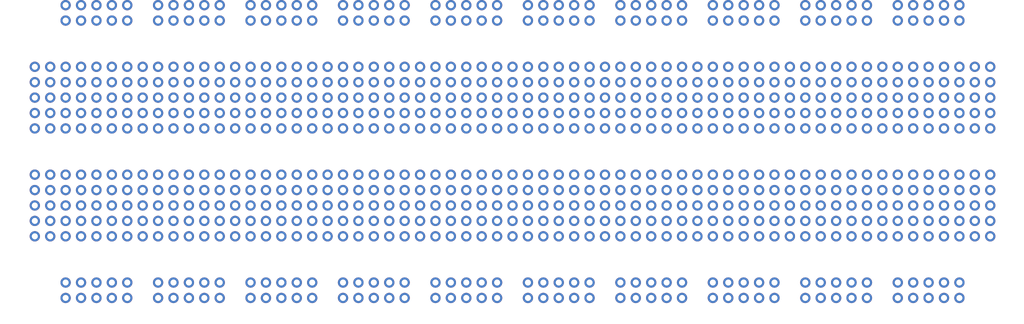
<source format=kicad_pcb>
(kicad_pcb (version 20241229) (generator "pcbnew") (generator_version "9.0")
  (layers (0 "F.Cu" signal) (2 "B.Cu" signal) (13 "F.Paste" user) (15 "B.Paste" user) (5 "F.SilkS" user "F.Silkscreen") (7 "B.SilkS" user "B.Silkscreen") (1 "F.Mask" user) (3 "B.Mask" user) (25 "Edge.Cuts" user))
  (net 0 "")
  (net 1 "Net-(J2-Pin_1)")
  (net 2 "Net-(J10-Pin_1)")
  (net 3 "Net-(J11-Pin_1)")
  (net 4 "Net-(J16-Pin_1)")
  (net 5 "Net-(J21-Pin_1)")
  (net 6 "Net-(J26-Pin_1)")
  (net 7 "Net-(J31-Pin_1)")
  (net 8 "Net-(J36-Pin_1)")
  (net 9 "Net-(J41-Pin_1)")
  (net 10 "Net-(J46-Pin_1)")
  (net 11 "Net-(J51-Pin_1)")
  (net 12 "Net-(J56-Pin_1)")
  (net 13 "Net-(J61-Pin_1)")
  (net 14 "Net-(J66-Pin_1)")
  (net 15 "Net-(J71-Pin_1)")
  (net 16 "Net-(J76-Pin_1)")
  (net 17 "Net-(J81-Pin_1)")
  (net 18 "Net-(J86-Pin_1)")
  (net 19 "Net-(J91-Pin_1)")
  (net 20 "Net-(J100-Pin_1)")
  (net 21 "Net-(J101-Pin_1)")
  (net 22 "Net-(J106-Pin_1)")
  (net 23 "Net-(J111-Pin_1)")
  (net 24 "Net-(J116-Pin_1)")
  (net 25 "Net-(J121-Pin_1)")
  (net 26 "Net-(J126-Pin_1)")
  (net 27 "Net-(J131-Pin_1)")
  (net 28 "Net-(J136-Pin_1)")
  (net 29 "Net-(J141-Pin_1)")
  (net 30 "Net-(J146-Pin_1)")
  (net 31 "Net-(J151-Pin_1)")
  (net 32 "Net-(J156-Pin_1)")
  (net 33 "Net-(J161-Pin_1)")
  (net 34 "Net-(J166-Pin_1)")
  (net 35 "Net-(J171-Pin_1)")
  (net 36 "Net-(J176-Pin_1)")
  (net 37 "Net-(J181-Pin_1)")
  (net 38 "Net-(J186-Pin_1)")
  (net 39 "Net-(J191-Pin_1)")
  (net 40 "Net-(J196-Pin_1)")
  (net 41 "Net-(J201-Pin_1)")
  (net 42 "Net-(J206-Pin_1)")
  (net 43 "Net-(J211-Pin_1)")
  (net 44 "Net-(J216-Pin_1)")
  (net 45 "Net-(J221-Pin_1)")
  (net 46 "Net-(J226-Pin_1)")
  (net 47 "Net-(J231-Pin_1)")
  (net 48 "Net-(J236-Pin_1)")
  (net 49 "Net-(J241-Pin_1)")
  (net 50 "Net-(J246-Pin_1)")
  (net 51 "Net-(J251-Pin_1)")
  (net 52 "Net-(J256-Pin_1)")
  (net 53 "Net-(J261-Pin_1)")
  (net 54 "Net-(J266-Pin_1)")
  (net 55 "Net-(J271-Pin_1)")
  (net 56 "Net-(J276-Pin_1)")
  (net 57 "Net-(J281-Pin_1)")
  (net 58 "Net-(J286-Pin_1)")
  (net 59 "Net-(J291-Pin_1)")
  (net 60 "Net-(J296-Pin_1)")
  (net 61 "Net-(J301-Pin_1)")
  (net 62 "Net-(J306-Pin_1)")
  (net 63 "Net-(J311-Pin_1)")
  (net 64 "Net-(J316-Pin_1)")
  (net 65 "Net-(J321-Pin_1)")
  (net 66 "Net-(J326-Pin_1)")
  (net 67 "Net-(J331-Pin_1)")
  (net 68 "Net-(J336-Pin_1)")
  (net 69 "Net-(J341-Pin_1)")
  (net 70 "Net-(J346-Pin_1)")
  (net 71 "Net-(J351-Pin_1)")
  (net 72 "Net-(J356-Pin_1)")
  (net 73 "Net-(J361-Pin_1)")
  (net 74 "Net-(J366-Pin_1)")
  (net 75 "Net-(J371-Pin_1)")
  (net 76 "Net-(J376-Pin_1)")
  (net 77 "Net-(J381-Pin_1)")
  (net 78 "Net-(J386-Pin_1)")
  (net 79 "Net-(J391-Pin_1)")
  (net 80 "Net-(J396-Pin_1)")
  (net 81 "Net-(J401-Pin_1)")
  (net 82 "Net-(J406-Pin_1)")
  (net 83 "Net-(J411-Pin_1)")
  (net 84 "Net-(J416-Pin_1)")
  (net 85 "Net-(J421-Pin_1)")
  (net 86 "Net-(J426-Pin_1)")
  (net 87 "Net-(J431-Pin_1)")
  (net 88 "Net-(J436-Pin_1)")
  (net 89 "Net-(J441-Pin_1)")
  (net 90 "Net-(J446-Pin_1)")
  (net 91 "Net-(J451-Pin_1)")
  (net 92 "Net-(J456-Pin_1)")
  (net 93 "Net-(J461-Pin_1)")
  (net 94 "Net-(J466-Pin_1)")
  (net 95 "Net-(J471-Pin_1)")
  (net 96 "Net-(J476-Pin_1)")
  (net 97 "Net-(J481-Pin_1)")
  (net 98 "Net-(J486-Pin_1)")
  (net 99 "Net-(J491-Pin_1)")
  (net 100 "Net-(J496-Pin_1)")
  (net 101 "Net-(J501-Pin_1)")
  (net 102 "Net-(J506-Pin_1)")
  (net 103 "Net-(J511-Pin_1)")
  (net 104 "Net-(J516-Pin_1)")
  (net 105 "Net-(J521-Pin_1)")
  (net 106 "Net-(J526-Pin_1)")
  (net 107 "Net-(J531-Pin_1)")
  (net 108 "Net-(J536-Pin_1)")
  (net 109 "Net-(J541-Pin_1)")
  (net 110 "Net-(J546-Pin_1)")
  (net 111 "Net-(J551-Pin_1)")
  (net 112 "Net-(J556-Pin_1)")
  (net 113 "Net-(J561-Pin_1)")
  (net 114 "Net-(J566-Pin_1)")
  (net 115 "Net-(J571-Pin_1)")
  (net 116 "Net-(J576-Pin_1)")
  (net 117 "Net-(J581-Pin_1)")
  (net 118 "Net-(J586-Pin_1)")
  (net 119 "Net-(J591-Pin_1)")
  (net 120 "Net-(J596-Pin_1)")
  (net 121 "Net-(J601-Pin_1)")
  (net 122 "Net-(J606-Pin_1)")
  (net 123 "Net-(J611-Pin_1)")
  (net 124 "Net-(J616-Pin_1)")
  (net 125 "Net-(J621-Pin_1)")
  (net 126 "Net-(J626-Pin_1)")
  (net 127 "Net-(J1-Pin_1)")
  (net 128 "Net-(J631-Pin_1)")
  (net 129 "Net-(J681-Pin_1)")
  (net 130 "Net-(J735-Pin_1)")
  (net 131 "Net-(J656-Pin_1)")
  (net 132 "Net-(J706-Pin_1)")
  (net 133 "Net-(J780-Pin_1)")
  (net 134 "Net-(J785-Pin_1)")
  (footprint "solderbread:single_pin" (layer "F.Cu") (at 220.98 116.84)
    (property "Reference" "J507" (hide yes))
    (property "Value" "Conn_01x01 G")
  )
  (footprint "solderbread:single_pin" (layer "F.Cu") (at 152.4 106.68)
    (property "Reference" "J235" (hide yes))
    (property "Value" "Conn_01x01 E")
  )
  (footprint "solderbread:single_pin" (layer "F.Cu") (at 172.72 116.84)
    (property "Reference" "J317" (hide yes))
    (property "Value" "Conn_01x01 G")
  )
  (footprint "solderbread:single_pin" (layer "F.Cu") (at 180.34 88.9)
    (property "Reference" "J804" (hide yes))
    (property "Value" "Conn_01x01")
  )
  (footprint "solderbread:single_pin" (layer "F.Cu") (at 137.16 101.6)
    (property "Reference" "J173" (hide yes))
    (property "Value" "Conn_01x01 C")
  )
  (footprint "solderbread:single_pin" (layer "F.Cu") (at 210.82 99.06)
    (property "Reference" "J462" (hide yes))
    (property "Value" "Conn_01x01 B")
  )
  (footprint "solderbread:single_pin" (layer "F.Cu") (at 106.68 106.68)
    (property "Reference" "J55" (hide yes))
    (property "Value" "Conn_01x01 E")
  )
  (footprint "solderbread:single_pin" (layer "F.Cu") (at 172.72 104.14)
    (property "Reference" "J314" (hide yes))
    (property "Value" "Conn_01x01 D")
  )
  (footprint "solderbread:single_pin" (layer "F.Cu") (at 236.22 96.52)
    (property "Reference" "J561" (hide yes))
    (property "Value" "Conn_01x01 A")
  )
  (footprint "solderbread:single_pin" (layer "F.Cu") (at 238.76 114.3)
    (property "Reference" "J576" (hide yes))
    (property "Value" "Conn_01x01 F")
  )
  (footprint "solderbread:single_pin" (layer "F.Cu") (at 129.54 86.36)
    (property "Reference" "J787" (hide yes))
    (property "Value" "Conn_01x01")
  )
  (footprint "solderbread:single_pin" (layer "F.Cu") (at 101.6 124.46)
    (property "Reference" "J40" (hide yes))
    (property "Value" "Conn_01x01 J")
  )
  (footprint "solderbread:single_pin" (layer "F.Cu") (at 218.44 101.6)
    (property "Reference" "J493" (hide yes))
    (property "Value" "Conn_01x01 C")
  )
  (footprint "solderbread:single_pin" (layer "F.Cu") (at 170.18 88.9)
    (property "Reference" "J774" (hide yes))
    (property "Value" "Conn_01x01")
  )
  (footprint "solderbread:single_pin" (layer "F.Cu") (at 205.74 134.62)
    (property "Reference" "J658" (hide yes))
    (property "Value" "Conn_01x01")
  )
  (footprint "solderbread:single_pin" (layer "F.Cu") (at 241.3 88.9)
    (property "Reference" "J800" (hide yes))
    (property "Value" "Conn_01x01")
  )
  (footprint "solderbread:single_pin" (layer "F.Cu") (at 238.76 134.62)
    (property "Reference" "J670" (hide yes))
    (property "Value" "Conn_01x01")
  )
  (footprint "solderbread:single_pin" (layer "F.Cu") (at 160.02 88.9)
    (property "Reference" "J734" (hide yes))
    (property "Value" "Conn_01x01")
  )
  (footprint "solderbread:single_pin" (layer "F.Cu") (at 167.64 114.3)
    (property "Reference" "J296" (hide yes))
    (property "Value" "Conn_01x01 F")
  )
  (footprint "solderbread:single_pin" (layer "F.Cu") (at 228.6 132.08)
    (property "Reference" "J694" (hide yes))
    (property "Value" "Conn_01x01")
  )
  (footprint "solderbread:single_pin" (layer "F.Cu") (at 165.1 116.84)
    (property "Reference" "J287" (hide yes))
    (property "Value" "Conn_01x01 G")
  )
  (footprint "solderbread:single_pin" (layer "F.Cu") (at 170.18 104.14)
    (property "Reference" "J304" (hide yes))
    (property "Value" "Conn_01x01 D")
  )
  (footprint "solderbread:single_pin" (layer "F.Cu") (at 99.06 134.62)
    (property "Reference" "J631" (hide yes))
    (property "Value" "Conn_01x01")
  )
  (footprint "solderbread:single_pin" (layer "F.Cu") (at 160.02 99.06)
    (property "Reference" "J262" (hide yes))
    (property "Value" "Conn_01x01 B")
  )
  (footprint "solderbread:single_pin" (layer "F.Cu") (at 220.98 124.46)
    (property "Reference" "J510" (hide yes))
    (property "Value" "Conn_01x01 J")
  )
  (footprint "solderbread:single_pin" (layer "F.Cu") (at 210.82 88.9)
    (property "Reference" "J802" (hide yes))
    (property "Value" "Conn_01x01")
  )
  (footprint "solderbread:single_pin" (layer "F.Cu") (at 147.32 101.6)
    (property "Reference" "J213" (hide yes))
    (property "Value" "Conn_01x01 C")
  )
  (footprint "solderbread:single_pin" (layer "F.Cu") (at 149.86 121.92)
    (property "Reference" "J229" (hide yes))
    (property "Value" "Conn_01x01 I")
  )
  (footprint "solderbread:single_pin" (layer "F.Cu") (at 198.12 121.92)
    (property "Reference" "J419" (hide yes))
    (property "Value" "Conn_01x01 I")
  )
  (footprint "solderbread:single_pin" (layer "F.Cu") (at 190.5 86.36)
    (property "Reference" "J738" (hide yes))
    (property "Value" "Conn_01x01")
  )
  (footprint "solderbread:single_pin" (layer "F.Cu") (at 106.68 116.84)
    (property "Reference" "J57" (hide yes))
    (property "Value" "Conn_01x01 G")
  )
  (footprint "solderbread:single_pin" (layer "F.Cu") (at 154.94 132.08)
    (property "Reference" "J729" (hide yes))
    (property "Value" "Conn_01x01")
  )
  (footprint "solderbread:single_pin" (layer "F.Cu") (at 129.54 101.6)
    (property "Reference" "J143" (hide yes))
    (property "Value" "Conn_01x01 C")
  )
  (footprint "solderbread:single_pin" (layer "F.Cu") (at 190.5 116.84)
    (property "Reference" "J387" (hide yes))
    (property "Value" "Conn_01x01 G")
  )
  (footprint "solderbread:single_pin" (layer "F.Cu") (at 116.84 119.38)
    (property "Reference" "J98" (hide yes))
    (property "Value" "Conn_01x01 H")
  )
  (footprint "solderbread:single_pin" (layer "F.Cu") (at 185.42 132.08)
    (property "Reference" "J701" (hide yes))
    (property "Value" "Conn_01x01")
  )
  (footprint "solderbread:single_pin" (layer "F.Cu") (at 144.78 86.36)
    (property "Reference" "J786" (hide yes))
    (property "Value" "Conn_01x01")
  )
  (footprint "solderbread:single_pin" (layer "F.Cu") (at 106.68 88.9)
    (property "Reference" "J760" (hide yes))
    (property "Value" "Conn_01x01")
  )
  (footprint "solderbread:single_pin" (layer "F.Cu") (at 93.98 119.38)
    (property "Reference" "J8" (hide yes))
    (property "Value" "Conn_01x01 H")
  )
  (footprint "solderbread:single_pin" (layer "F.Cu") (at 246.38 134.62)
    (property "Reference" "J675" (hide yes))
    (property "Value" "Conn_01x01")
  )
  (footprint "solderbread:single_pin" (layer "F.Cu") (at 152.4 88.9)
    (property "Reference" "J763" (hide yes))
    (property "Value" "Conn_01x01")
  )
  (footprint "solderbread:single_pin" (layer "F.Cu") (at 149.86 134.62)
    (property "Reference" "J654" (hide yes))
    (property "Value" "Conn_01x01")
  )
  (footprint "solderbread:single_pin" (layer "F.Cu") (at 132.08 124.46)
    (property "Reference" "J160" (hide yes))
    (property "Value" "Conn_01x01 J")
  )
  (footprint "solderbread:single_pin" (layer "F.Cu") (at 152.4 114.3)
    (property "Reference" "J236" (hide yes))
    (property "Value" "Conn_01x01 F")
  )
  (footprint "solderbread:single_pin" (layer "F.Cu") (at 165.1 106.68)
    (property "Reference" "J285" (hide yes))
    (property "Value" "Conn_01x01 E")
  )
  (footprint "solderbread:single_pin" (layer "F.Cu") (at 106.68 114.3)
    (property "Reference" "J56" (hide yes))
    (property "Value" "Conn_01x01 F")
  )
  (footprint "solderbread:single_pin" (layer "F.Cu") (at 121.92 116.84)
    (property "Reference" "J117" (hide yes))
    (property "Value" "Conn_01x01 G")
  )
  (footprint "solderbread:single_pin" (layer "F.Cu") (at 223.52 132.08)
    (property "Reference" "J699" (hide yes))
    (property "Value" "Conn_01x01")
  )
  (footprint "solderbread:single_pin" (layer "F.Cu") (at 205.74 116.84)
    (property "Reference" "J447" (hide yes))
    (property "Value" "Conn_01x01 G")
  )
  (footprint "solderbread:single_pin" (layer "F.Cu") (at 99.06 124.46)
    (property "Reference" "J30" (hide yes))
    (property "Value" "Conn_01x01 J")
  )
  (footprint "solderbread:single_pin" (layer "F.Cu") (at 238.76 86.36)
    (property "Reference" "J745" (hide yes))
    (property "Value" "Conn_01x01")
  )
  (footprint "solderbread:single_pin" (layer "F.Cu") (at 223.52 121.92)
    (property "Reference" "J519" (hide yes))
    (property "Value" "Conn_01x01 I")
  )
  (footprint "solderbread:single_pin" (layer "F.Cu") (at 162.56 88.9)
    (property "Reference" "J744" (hide yes))
    (property "Value" "Conn_01x01")
  )
  (footprint "solderbread:single_pin" (layer "F.Cu") (at 220.98 104.14)
    (property "Reference" "J504" (hide yes))
    (property "Value" "Conn_01x01 D")
  )
  (footprint "solderbread:single_pin" (layer "F.Cu") (at 218.44 119.38)
    (property "Reference" "J498" (hide yes))
    (property "Value" "Conn_01x01 H")
  )
  (footprint "solderbread:single_pin" (layer "F.Cu") (at 193.04 104.14)
    (property "Reference" "J394" (hide yes))
    (property "Value" "Conn_01x01 D")
  )
  (footprint "solderbread:single_pin" (layer "F.Cu") (at 119.38 104.14)
    (property "Reference" "J104" (hide yes))
    (property "Value" "Conn_01x01 D")
  )
  (footprint "solderbread:single_pin" (layer "F.Cu") (at 167.64 116.84)
    (property "Reference" "J297" (hide yes))
    (property "Value" "Conn_01x01 G")
  )
  (footprint "solderbread:single_pin" (layer "F.Cu") (at 187.96 114.3)
    (property "Reference" "J376" (hide yes))
    (property "Value" "Conn_01x01 F")
  )
  (footprint "solderbread:single_pin" (layer "F.Cu") (at 233.68 104.14)
    (property "Reference" "J554" (hide yes))
    (property "Value" "Conn_01x01 D")
  )
  (footprint "solderbread:single_pin" (layer "F.Cu") (at 223.52 106.68)
    (property "Reference" "J515" (hide yes))
    (property "Value" "Conn_01x01 E")
  )
  (footprint "solderbread:single_pin" (layer "F.Cu") (at 160.02 119.38)
    (property "Reference" "J268" (hide yes))
    (property "Value" "Conn_01x01 H")
  )
  (footprint "solderbread:single_pin" (layer "F.Cu") (at 162.56 121.92)
    (property "Reference" "J279" (hide yes))
    (property "Value" "Conn_01x01 I")
  )
  (footprint "solderbread:single_pin" (layer "F.Cu") (at 251.46 114.3)
    (property "Reference" "J626" (hide yes))
    (property "Value" "Conn_01x01 F")
  )
  (footprint "solderbread:single_pin" (layer "F.Cu") (at 203.2 124.46)
    (property "Reference" "J440" (hide yes))
    (property "Value" "Conn_01x01 J")
  )
  (footprint "solderbread:single_pin" (layer "F.Cu") (at 114.3 106.68)
    (property "Reference" "J85" (hide yes))
    (property "Value" "Conn_01x01 E")
  )
  (footprint "solderbread:single_pin" (layer "F.Cu") (at 96.52 99.06)
    (property "Reference" "J12" (hide yes))
    (property "Value" "Conn_01x01 B")
  )
  (footprint "solderbread:single_pin" (layer "F.Cu") (at 149.86 114.3)
    (property "Reference" "J226" (hide yes))
    (property "Value" "Conn_01x01 F")
  )
  (footprint "solderbread:single_pin" (layer "F.Cu") (at 149.86 132.08)
    (property "Reference" "J709" (hide yes))
    (property "Value" "Conn_01x01")
  )
  (footprint "solderbread:single_pin" (layer "F.Cu") (at 167.64 86.36)
    (property "Reference" "J815" (hide yes))
    (property "Value" "Conn_01x01")
  )
  (footprint "solderbread:single_pin" (layer "F.Cu") (at 157.48 106.68)
    (property "Reference" "J255" (hide yes))
    (property "Value" "Conn_01x01 E")
  )
  (footprint "solderbread:single_pin" (layer "F.Cu") (at 238.76 116.84)
    (property "Reference" "J577" (hide yes))
    (property "Value" "Conn_01x01 G")
  )
  (footprint "solderbread:single_pin" (layer "F.Cu") (at 246.38 121.92)
    (property "Reference" "J609" (hide yes))
    (property "Value" "Conn_01x01 I")
  )
  (footprint "solderbread:single_pin" (layer "F.Cu") (at 111.76 124.46)
    (property "Reference" "J80" (hide yes))
    (property "Value" "Conn_01x01 J")
  )
  (footprint "solderbread:single_pin" (layer "F.Cu") (at 243.84 121.92)
    (property "Reference" "J599" (hide yes))
    (property "Value" "Conn_01x01 I")
  )
  (footprint "solderbread:single_pin" (layer "F.Cu") (at 172.72 124.46)
    (property "Reference" "J320" (hide yes))
    (property "Value" "Conn_01x01 J")
  )
  (footprint "solderbread:single_pin" (layer "F.Cu") (at 193.04 88.9)
    (property "Reference" "J793" (hide yes))
    (property "Value" "Conn_01x01")
  )
  (footprint "solderbread:single_pin" (layer "F.Cu") (at 139.7 106.68)
    (property "Reference" "J185" (hide yes))
    (property "Value" "Conn_01x01 E")
  )
  (footprint "solderbread:single_pin" (layer "F.Cu") (at 154.94 124.46)
    (property "Reference" "J250" (hide yes))
    (property "Value" "Conn_01x01 J")
  )
  (footprint "solderbread:single_pin" (layer "F.Cu") (at 248.92 96.52)
    (property "Reference" "J611" (hide yes))
    (property "Value" "Conn_01x01 A")
  )
  (footprint "solderbread:single_pin" (layer "F.Cu") (at 205.74 121.92)
    (property "Reference" "J449" (hide yes))
    (property "Value" "Conn_01x01 I")
  )
  (footprint "solderbread:single_pin" (layer "F.Cu") (at 180.34 119.38)
    (property "Reference" "J348" (hide yes))
    (property "Value" "Conn_01x01 H")
  )
  (footprint "solderbread:single_pin" (layer "F.Cu") (at 142.24 114.3)
    (property "Reference" "J196" (hide yes))
    (property "Value" "Conn_01x01 F")
  )
  (footprint "solderbread:single_pin" (layer "F.Cu") (at 129.54 121.92)
    (property "Reference" "J149" (hide yes))
    (property "Value" "Conn_01x01 I")
  )
  (footprint "solderbread:single_pin" (layer "F.Cu") (at 213.36 86.36)
    (property "Reference" "J767" (hide yes))
    (property "Value" "Conn_01x01")
  )
  (footprint "solderbread:single_pin" (layer "F.Cu") (at 104.14 116.84)
    (property "Reference" "J47" (hide yes))
    (property "Value" "Conn_01x01 G")
  )
  (footprint "solderbread:single_pin" (layer "F.Cu") (at 104.14 132.08)
    (property "Reference" "J706" (hide yes))
    (property "Value" "Conn_01x01")
  )
  (footprint "solderbread:single_pin" (layer "F.Cu") (at 213.36 88.9)
    (property "Reference" "J812" (hide yes))
    (property "Value" "Conn_01x01")
  )
  (footprint "solderbread:single_pin" (layer "F.Cu") (at 149.86 116.84)
    (property "Reference" "J227" (hide yes))
    (property "Value" "Conn_01x01 G")
  )
  (footprint "solderbread:single_pin" (layer "F.Cu") (at 195.58 101.6)
    (property "Reference" "J403" (hide yes))
    (property "Value" "Conn_01x01 C")
  )
  (footprint "solderbread:single_pin" (layer "F.Cu") (at 121.92 104.14)
    (property "Reference" "J114" (hide yes))
    (property "Value" "Conn_01x01 D")
  )
  (footprint "solderbread:single_pin" (layer "F.Cu") (at 185.42 121.92)
    (property "Reference" "J369" (hide yes))
    (property "Value" "Conn_01x01 I")
  )
  (footprint "solderbread:single_pin" (layer "F.Cu") (at 132.08 119.38)
    (property "Reference" "J158" (hide yes))
    (property "Value" "Conn_01x01 H")
  )
  (footprint "solderbread:single_pin" (layer "F.Cu") (at 99.06 114.3)
    (property "Reference" "J26" (hide yes))
    (property "Value" "Conn_01x01 F")
  )
  (footprint "solderbread:single_pin" (layer "F.Cu") (at 208.28 101.6)
    (property "Reference" "J453" (hide yes))
    (property "Value" "Conn_01x01 C")
  )
  (footprint "solderbread:single_pin" (layer "F.Cu") (at 93.98 96.52)
    (property "Reference" "J830" (hide yes))
    (property "Value" "Conn_01x01 A")
  )
  (footprint "solderbread:single_pin" (layer "F.Cu") (at 243.84 99.06)
    (property "Reference" "J592" (hide yes))
    (property "Value" "Conn_01x01 B")
  )
  (footprint "solderbread:single_pin" (layer "F.Cu") (at 144.78 119.38)
    (property "Reference" "J208" (hide yes))
    (property "Value" "Conn_01x01 H")
  )
  (footprint "solderbread:single_pin" (layer "F.Cu") (at 170.18 96.52)
    (property "Reference" "J301" (hide yes))
    (property "Value" "Conn_01x01 A")
  )
  (footprint "solderbread:single_pin" (layer "F.Cu") (at 213.36 134.62)
    (property "Reference" "J663" (hide yes))
    (property "Value" "Conn_01x01")
  )
  (footprint "solderbread:single_pin" (layer "F.Cu") (at 190.5 99.06)
    (property "Reference" "J382" (hide yes))
    (property "Value" "Conn_01x01 B")
  )
  (footprint "solderbread:single_pin" (layer "F.Cu") (at 198.12 134.62)
    (property "Reference" "J662" (hide yes))
    (property "Value" "Conn_01x01")
  )
  (footprint "solderbread:single_pin" (layer "F.Cu") (at 109.22 99.06)
    (property "Reference" "J62" (hide yes))
    (property "Value" "Conn_01x01 B")
  )
  (footprint "solderbread:single_pin" (layer "F.Cu") (at 205.74 104.14)
    (property "Reference" "J444" (hide yes))
    (property "Value" "Conn_01x01 D")
  )
  (footprint "solderbread:single_pin" (layer "F.Cu") (at 116.84 96.52)
    (property "Reference" "J91" (hide yes))
    (property "Value" "Conn_01x01 A")
  )
  (footprint "solderbread:single_pin" (layer "F.Cu") (at 104.14 96.52)
    (property "Reference" "J41" (hide yes))
    (property "Value" "Conn_01x01 A")
  )
  (footprint "solderbread:single_pin" (layer "F.Cu") (at 160.02 104.14)
    (property "Reference" "J264" (hide yes))
    (property "Value" "Conn_01x01 D")
  )
  (footprint "solderbread:single_pin" (layer "F.Cu") (at 233.68 119.38)
    (property "Reference" "J558" (hide yes))
    (property "Value" "Conn_01x01 H")
  )
  (footprint "solderbread:single_pin" (layer "F.Cu") (at 124.46 96.52)
    (property "Reference" "J121" (hide yes))
    (property "Value" "Conn_01x01 A")
  )
  (footprint "solderbread:single_pin" (layer "F.Cu") (at 116.84 114.3)
    (property "Reference" "J96" (hide yes))
    (property "Value" "Conn_01x01 F")
  )
  (footprint "solderbread:single_pin" (layer "F.Cu") (at 200.66 96.52)
    (property "Reference" "J421" (hide yes))
    (property "Value" "Conn_01x01 A")
  )
  (footprint "solderbread:single_pin" (layer "F.Cu") (at 93.98 106.68)
    (property "Reference" "J5" (hide yes))
    (property "Value" "Conn_01x01 E")
  )
  (footprint "solderbread:single_pin" (layer "F.Cu") (at 210.82 104.14)
    (property "Reference" "J464" (hide yes))
    (property "Value" "Conn_01x01 D")
  )
  (footprint "solderbread:single_pin" (layer "F.Cu") (at 231.14 116.84)
    (property "Reference" "J547" (hide yes))
    (property "Value" "Conn_01x01 G")
  )
  (footprint "solderbread:single_pin" (layer "F.Cu") (at 93.98 104.14)
    (property "Reference" "J4" (hide yes))
    (property "Value" "Conn_01x01 D")
  )
  (footprint "solderbread:single_pin" (layer "F.Cu") (at 228.6 96.52)
    (property "Reference" "J531" (hide yes))
    (property "Value" "Conn_01x01 A")
  )
  (footprint "solderbread:single_pin" (layer "F.Cu") (at 175.26 104.14)
    (property "Reference" "J324" (hide yes))
    (property "Value" "Conn_01x01 D")
  )
  (footprint "solderbread:single_pin" (layer "F.Cu") (at 236.22 99.06)
    (property "Reference" "J562" (hide yes))
    (property "Value" "Conn_01x01 B")
  )
  (footprint "solderbread:single_pin" (layer "F.Cu") (at 137.16 104.14)
    (property "Reference" "J174" (hide yes))
    (property "Value" "Conn_01x01 D")
  )
  (footprint "solderbread:single_pin" (layer "F.Cu") (at 223.52 119.38)
    (property "Reference" "J518" (hide yes))
    (property "Value" "Conn_01x01 H")
  )
  (footprint "solderbread:single_pin" (layer "F.Cu") (at 200.66 119.38)
    (property "Reference" "J428" (hide yes))
    (property "Value" "Conn_01x01 H")
  )
  (footprint "solderbread:single_pin" (layer "F.Cu") (at 152.4 96.52)
    (property "Reference" "J231" (hide yes))
    (property "Value" "Conn_01x01 A")
  )
  (footprint "solderbread:single_pin" (layer "F.Cu") (at 154.94 96.52)
    (property "Reference" "J241" (hide yes))
    (property "Value" "Conn_01x01 A")
  )
  (footprint "solderbread:single_pin" (layer "F.Cu") (at 175.26 106.68)
    (property "Reference" "J325" (hide yes))
    (property "Value" "Conn_01x01 E")
  )
  (footprint "solderbread:single_pin" (layer "F.Cu") (at 175.26 114.3)
    (property "Reference" "J326" (hide yes))
    (property "Value" "Conn_01x01 F")
  )
  (footprint "solderbread:single_pin" (layer "F.Cu") (at 109.22 119.38)
    (property "Reference" "J68" (hide yes))
    (property "Value" "Conn_01x01 H")
  )
  (footprint "solderbread:single_pin" (layer "F.Cu") (at 251.46 119.38)
    (property "Reference" "J628" (hide yes))
    (property "Value" "Conn_01x01 H")
  )
  (footprint "solderbread:single_pin" (layer "F.Cu") (at 200.66 86.36)
    (property "Reference" "J778" (hide yes))
    (property "Value" "Conn_01x01")
  )
  (footprint "solderbread:single_pin" (layer "F.Cu") (at 116.84 116.84)
    (property "Reference" "J97" (hide yes))
    (property "Value" "Conn_01x01 G")
  )
  (footprint "solderbread:single_pin" (layer "F.Cu") (at 187.96 121.92)
    (property "Reference" "J379" (hide yes))
    (property "Value" "Conn_01x01 I")
  )
  (footprint "solderbread:single_pin" (layer "F.Cu") (at 243.84 88.9)
    (property "Reference" "J810" (hide yes))
    (property "Value" "Conn_01x01")
  )
  (footprint "solderbread:single_pin" (layer "F.Cu") (at 195.58 99.06)
    (property "Reference" "J402" (hide yes))
    (property "Value" "Conn_01x01 B")
  )
  (footprint "solderbread:single_pin" (layer "F.Cu") (at 238.76 101.6)
    (property "Reference" "J573" (hide yes))
    (property "Value" "Conn_01x01 C")
  )
  (footprint "solderbread:single_pin" (layer "F.Cu") (at 198.12 119.38)
    (property "Reference" "J418" (hide yes))
    (property "Value" "Conn_01x01 H")
  )
  (footprint "solderbread:single_pin" (layer "F.Cu") (at 154.94 134.62)
    (property "Reference" "J649" (hide yes))
    (property "Value" "Conn_01x01")
  )
  (footprint "solderbread:single_pin" (layer "F.Cu") (at 157.48 124.46)
    (property "Reference" "J260" (hide yes))
    (property "Value" "Conn_01x01 J")
  )
  (footprint "solderbread:single_pin" (layer "F.Cu") (at 203.2 104.14)
    (property "Reference" "J434" (hide yes))
    (property "Value" "Conn_01x01 D")
  )
  (footprint "solderbread:single_pin" (layer "F.Cu") (at 233.68 96.52)
    (property "Reference" "J551" (hide yes))
    (property "Value" "Conn_01x01 A")
  )
  (footprint "solderbread:single_pin" (layer "F.Cu") (at 167.64 101.6)
    (property "Reference" "J293" (hide yes))
    (property "Value" "Conn_01x01 C")
  )
  (footprint "solderbread:single_pin" (layer "F.Cu") (at 243.84 114.3)
    (property "Reference" "J596" (hide yes))
    (property "Value" "Conn_01x01 F")
  )
  (footprint "solderbread:single_pin" (layer "F.Cu") (at 231.14 106.68)
    (property "Reference" "J545" (hide yes))
    (property "Value" "Conn_01x01 E")
  )
  (footprint "solderbread:single_pin" (layer "F.Cu") (at 198.12 114.3)
    (property "Reference" "J416" (hide yes))
    (property "Value" "Conn_01x01 F")
  )
  (footprint "solderbread:single_pin" (layer "F.Cu") (at 170.18 101.6)
    (property "Reference" "J303" (hide yes))
    (property "Value" "Conn_01x01 C")
  )
  (footprint "solderbread:single_pin" (layer "F.Cu") (at 144.78 101.6)
    (property "Reference" "J203" (hide yes))
    (property "Value" "Conn_01x01 C")
  )
  (footprint "solderbread:single_pin" (layer "F.Cu") (at 200.66 132.08)
    (property "Reference" "J702" (hide yes))
    (property "Value" "Conn_01x01")
  )
  (footprint "solderbread:single_pin" (layer "F.Cu") (at 215.9 88.9)
    (property "Reference" "J822" (hide yes))
    (property "Value" "Conn_01x01")
  )
  (footprint "solderbread:single_pin" (layer "F.Cu") (at 104.14 134.62)
    (property "Reference" "J651" (hide yes))
    (property "Value" "Conn_01x01")
  )
  (footprint "solderbread:single_pin" (layer "F.Cu") (at 218.44 96.52)
    (property "Reference" "J491" (hide yes))
    (property "Value" "Conn_01x01 A")
  )
  (footprint "solderbread:single_pin" (layer "F.Cu") (at 226.06 101.6)
    (property "Reference" "J523" (hide yes))
    (property "Value" "Conn_01x01 C")
  )
  (footprint "solderbread:single_pin" (layer "F.Cu") (at 243.84 106.68)
    (property "Reference" "J595" (hide yes))
    (property "Value" "Conn_01x01 E")
  )
  (footprint "solderbread:single_pin" (layer "F.Cu") (at 137.16 86.36)
    (property "Reference" "J817" (hide yes))
    (property "Value" "Conn_01x01")
  )
  (footprint "solderbread:single_pin" (layer "F.Cu") (at 121.92 119.38)
    (property "Reference" "J118" (hide yes))
    (property "Value" "Conn_01x01 H")
  )
  (footprint "solderbread:single_pin" (layer "F.Cu") (at 149.86 124.46)
    (property "Reference" "J230" (hide yes))
    (property "Value" "Conn_01x01 J")
  )
  (footprint "solderbread:single_pin" (layer "F.Cu") (at 182.88 99.06)
    (property "Reference" "J352" (hide yes))
    (property "Value" "Conn_01x01 B")
  )
  (footprint "solderbread:single_pin" (layer "F.Cu") (at 101.6 114.3)
    (property "Reference" "J36" (hide yes))
    (property "Value" "Conn_01x01 F")
  )
  (footprint "solderbread:single_pin" (layer "F.Cu") (at 210.82 124.46)
    (property "Reference" "J470" (hide yes))
    (property "Value" "Conn_01x01 J")
  )
  (footprint "solderbread:single_pin" (layer "F.Cu") (at 170.18 132.08)
    (property "Reference" "J730" (hide yes))
    (property "Value" "Conn_01x01")
  )
  (footprint "solderbread:single_pin" (layer "F.Cu") (at 220.98 101.6)
    (property "Reference" "J503" (hide yes))
    (property "Value" "Conn_01x01 C")
  )
  (footprint "solderbread:single_pin" (layer "F.Cu") (at 246.38 104.14)
    (property "Reference" "J604" (hide yes))
    (property "Value" "Conn_01x01 D")
  )
  (footprint "solderbread:single_pin" (layer "F.Cu") (at 182.88 124.46)
    (property "Reference" "J360" (hide yes))
    (property "Value" "Conn_01x01 J")
  )
  (footprint "solderbread:single_pin" (layer "F.Cu") (at 190.5 119.38)
    (property "Reference" "J388" (hide yes))
    (property "Value" "Conn_01x01 H")
  )
  (footprint "solderbread:single_pin" (layer "F.Cu") (at 165.1 96.52)
    (property "Reference" "J281" (hide yes))
    (property "Value" "Conn_01x01 A")
  )
  (footprint "solderbread:single_pin" (layer "F.Cu") (at 114.3 99.06)
    (property "Reference" "J82" (hide yes))
    (property "Value" "Conn_01x01 B")
  )
  (footprint "solderbread:single_pin" (layer "F.Cu") (at 177.8 106.68)
    (property "Reference" "J335" (hide yes))
    (property "Value" "Conn_01x01 E")
  )
  (footprint "solderbread:single_pin" (layer "F.Cu") (at 185.42 99.06)
    (property "Reference" "J362" (hide yes))
    (property "Value" "Conn_01x01 B")
  )
  (footprint "solderbread:single_pin" (layer "F.Cu") (at 228.6 116.84)
    (property "Reference" "J537" (hide yes))
    (property "Value" "Conn_01x01 G")
  )
  (footprint "solderbread:single_pin" (layer "F.Cu") (at 127 119.38)
    (property "Reference" "J138" (hide yes))
    (property "Value" "Conn_01x01 H")
  )
  (footprint "solderbread:single_pin" (layer "F.Cu") (at 165.1 104.14)
    (property "Reference" "J284" (hide yes))
    (property "Value" "Conn_01x01 D")
  )
  (footprint "solderbread:single_pin" (layer "F.Cu") (at 251.46 101.6)
    (property "Reference" "J623" (hide yes))
    (property "Value" "Conn_01x01 C")
  )
  (footprint "solderbread:single_pin" (layer "F.Cu") (at 124.46 116.84)
    (property "Reference" "J127" (hide yes))
    (property "Value" "Conn_01x01 G")
  )
  (footprint "solderbread:single_pin" (layer "F.Cu") (at 124.46 101.6)
    (property "Reference" "J123" (hide yes))
    (property "Value" "Conn_01x01 C")
  )
  (footprint "solderbread:single_pin" (layer "F.Cu") (at 162.56 106.68)
    (property "Reference" "J275" (hide yes))
    (property "Value" "Conn_01x01 E")
  )
  (footprint "solderbread:single_pin" (layer "F.Cu") (at 185.42 114.3)
    (property "Reference" "J366" (hide yes))
    (property "Value" "Conn_01x01 F")
  )
  (footprint "solderbread:single_pin" (layer "F.Cu") (at 228.6 121.92)
    (property "Reference" "J539" (hide yes))
    (property "Value" "Conn_01x01 I")
  )
  (footprint "solderbread:single_pin" (layer "F.Cu") (at 248.92 124.46)
    (property "Reference" "J620" (hide yes))
    (property "Value" "Conn_01x01 J")
  )
  (footprint "solderbread:single_pin" (layer "F.Cu") (at 149.86 104.14)
    (property "Reference" "J224" (hide yes))
    (property "Value" "Conn_01x01 D")
  )
  (footprint "solderbread:single_pin" (layer "F.Cu") (at 104.14 86.36)
    (property "Reference" "J809" (hide yes))
    (property "Value" "Conn_01x01")
  )
  (footprint "solderbread:single_pin" (layer "F.Cu") (at 109.22 88.9)
    (property "Reference" "J770" (hide yes))
    (property "Value" "Conn_01x01")
  )
  (footprint "solderbread:single_pin" (layer "F.Cu") (at 248.92 119.38)
    (property "Reference" "J618" (hide yes))
    (property "Value" "Conn_01x01 H")
  )
  (footprint "solderbread:single_pin" (layer "F.Cu") (at 243.84 132.08)
    (property "Reference" "J695" (hide yes))
    (property "Value" "Conn_01x01")
  )
  (footprint "solderbread:single_pin" (layer "F.Cu") (at 203.2 114.3)
    (property "Reference" "J436" (hide yes))
    (property "Value" "Conn_01x01 F")
  )
  (footprint "solderbread:single_pin" (layer "F.Cu") (at 137.16 99.06)
    (property "Reference" "J172" (hide yes))
    (property "Value" "Conn_01x01 B")
  )
  (footprint "solderbread:single_pin" (layer "F.Cu") (at 170.18 116.84)
    (property "Reference" "J307" (hide yes))
    (property "Value" "Conn_01x01 G")
  )
  (footprint "solderbread:single_pin" (layer "F.Cu") (at 233.68 99.06)
    (property "Reference" "J552" (hide yes))
    (property "Value" "Conn_01x01 B")
  )
  (footprint "solderbread:single_pin" (layer "F.Cu") (at 198.12 96.52)
    (property "Reference" "J411" (hide yes))
    (property "Value" "Conn_01x01 A")
  )
  (footprint "solderbread:single_pin" (layer "F.Cu") (at 111.76 104.14)
    (property "Reference" "J74" (hide yes))
    (property "Value" "Conn_01x01 D")
  )
  (footprint "solderbread:single_pin" (layer "F.Cu") (at 154.94 104.14)
    (property "Reference" "J244" (hide yes))
    (property "Value" "Conn_01x01 D")
  )
  (footprint "solderbread:single_pin" (layer "F.Cu") (at 236.22 119.38)
    (property "Reference" "J568" (hide yes))
    (property "Value" "Conn_01x01 H")
  )
  (footprint "solderbread:single_pin" (layer "F.Cu") (at 106.68 124.46)
    (property "Reference" "J60" (hide yes))
    (property "Value" "Conn_01x01 J")
  )
  (footprint "solderbread:single_pin" (layer "F.Cu") (at 137.16 88.9)
    (property "Reference" "J762" (hide yes))
    (property "Value" "Conn_01x01")
  )
  (footprint "solderbread:single_pin" (layer "F.Cu") (at 208.28 121.92)
    (property "Reference" "J459" (hide yes))
    (property "Value" "Conn_01x01 I")
  )
  (footprint "solderbread:single_pin" (layer "F.Cu") (at 246.38 116.84)
    (property "Reference" "J607" (hide yes))
    (property "Value" "Conn_01x01 G")
  )
  (footprint "solderbread:single_pin" (layer "F.Cu") (at 203.2 116.84)
    (property "Reference" "J437" (hide yes))
    (property "Value" "Conn_01x01 G")
  )
  (footprint "solderbread:single_pin" (layer "F.Cu") (at 241.3 86.36)
    (property "Reference" "J755" (hide yes))
    (property "Value" "Conn_01x01")
  )
  (footprint "solderbread:single_pin" (layer "F.Cu") (at 104.14 99.06)
    (property "Reference" "J42" (hide yes))
    (property "Value" "Conn_01x01 B")
  )
  (footprint "solderbread:single_pin" (layer "F.Cu") (at 132.08 96.52)
    (property "Reference" "J151" (hide yes))
    (property "Value" "Conn_01x01 A")
  )
  (footprint "solderbread:single_pin" (layer "F.Cu") (at 124.46 134.62)
    (property "Reference" "J647" (hide yes))
    (property "Value" "Conn_01x01")
  )
  (footprint "solderbread:single_pin" (layer "F.Cu") (at 175.26 116.84)
    (property "Reference" "J327" (hide yes))
    (property "Value" "Conn_01x01 G")
  )
  (footprint "solderbread:single_pin" (layer "F.Cu") (at 132.08 106.68)
    (property "Reference" "J155" (hide yes))
    (property "Value" "Conn_01x01 E")
  )
  (footprint "solderbread:single_pin" (layer "F.Cu") (at 116.84 134.62)
    (property "Reference" "J642" (hide yes))
    (property "Value" "Conn_01x01")
  )
  (footprint "solderbread:single_pin" (layer "F.Cu") (at 157.48 101.6)
    (property "Reference" "J253" (hide yes))
    (property "Value" "Conn_01x01 C")
  )
  (footprint "solderbread:single_pin" (layer "F.Cu") (at 243.84 104.14)
    (property "Reference" "J594" (hide yes))
    (property "Value" "Conn_01x01 D")
  )
  (footprint "solderbread:single_pin" (layer "F.Cu") (at 144.78 104.14)
    (property "Reference" "J204" (hide yes))
    (property "Value" "Conn_01x01 D")
  )
  (footprint "solderbread:single_pin" (layer "F.Cu") (at 129.54 132.08)
    (property "Reference" "J713" (hide yes))
    (property "Value" "Conn_01x01")
  )
  (footprint "solderbread:single_pin" (layer "F.Cu") (at 200.66 116.84)
    (property "Reference" "J427" (hide yes))
    (property "Value" "Conn_01x01 G")
  )
  (footprint "solderbread:single_pin" (layer "F.Cu") (at 132.08 121.92)
    (property "Reference" "J159" (hide yes))
    (property "Value" "Conn_01x01 I")
  )
  (footprint "solderbread:single_pin" (layer "F.Cu") (at 228.6 106.68)
    (property "Reference" "J535" (hide yes))
    (property "Value" "Conn_01x01 E")
  )
  (footprint "solderbread:single_pin" (layer "F.Cu") (at 190.5 114.3)
    (property "Reference" "J386" (hide yes))
    (property "Value" "Conn_01x01 F")
  )
  (footprint "solderbread:single_pin" (layer "F.Cu") (at 195.58 119.38)
    (property "Reference" "J408" (hide yes))
    (property "Value" "Conn_01x01 H")
  )
  (footprint "solderbread:single_pin" (layer "F.Cu") (at 177.8 134.62)
    (property "Reference" "J666" (hide yes))
    (property "Value" "Conn_01x01")
  )
  (footprint "solderbread:single_pin" (layer "F.Cu") (at 101.6 99.06)
    (property "Reference" "J32" (hide yes))
    (property "Value" "Conn_01x01 B")
  )
  (footprint "solderbread:single_pin" (layer "F.Cu") (at 243.84 96.52)
    (property "Reference" "J591" (hide yes))
    (property "Value" "Conn_01x01 A")
  )
  (footprint "solderbread:single_pin" (layer "F.Cu") (at 223.52 134.62)
    (property "Reference" "J669" (hide yes))
    (property "Value" "Conn_01x01")
  )
  (footprint "solderbread:single_pin" (layer "F.Cu") (at 109.22 104.14)
    (property "Reference" "J64" (hide yes))
    (property "Value" "Conn_01x01 D")
  )
  (footprint "solderbread:single_pin" (layer "F.Cu") (at 104.14 104.14)
    (property "Reference" "J44" (hide yes))
    (property "Value" "Conn_01x01 D")
  )
  (footprint "solderbread:single_pin" (layer "F.Cu") (at 114.3 86.36)
    (property "Reference" "J788" (hide yes))
    (property "Value" "Conn_01x01")
  )
  (footprint "solderbread:single_pin" (layer "F.Cu") (at 205.74 101.6)
    (property "Reference" "J443" (hide yes))
    (property "Value" "Conn_01x01 C")
  )
  (footprint "solderbread:single_pin" (layer "F.Cu") (at 129.54 88.9)
    (property "Reference" "J732" (hide yes))
    (property "Value" "Conn_01x01")
  )
  (footprint "solderbread:single_pin" (layer "F.Cu") (at 165.1 88.9)
    (property "Reference" "J754" (hide yes))
    (property "Value" "Conn_01x01")
  )
  (footprint "solderbread:single_pin" (layer "F.Cu") (at 195.58 106.68)
    (property "Reference" "J405" (hide yes))
    (property "Value" "Conn_01x01 E")
  )
  (footprint "solderbread:single_pin" (layer "F.Cu") (at 160.02 134.62)
    (property "Reference" "J635" (hide yes))
    (property "Value" "Conn_01x01")
  )
  (footprint "solderbread:single_pin" (layer "F.Cu") (at 220.98 99.06)
    (property "Reference" "J502" (hide yes))
    (property "Value" "Conn_01x01 B")
  )
  (footprint "solderbread:single_pin" (layer "F.Cu") (at 182.88 132.08)
    (property "Reference" "J691" (hide yes))
    (property "Value" "Conn_01x01")
  )
  (footprint "solderbread:single_pin" (layer "F.Cu") (at 124.46 88.9)
    (property "Reference" "J771" (hide yes))
    (property "Value" "Conn_01x01")
  )
  (footprint "solderbread:single_pin" (layer "F.Cu") (at 147.32 86.36)
    (property "Reference" "J796" (hide yes))
    (property "Value" "Conn_01x01")
  )
  (footprint "solderbread:single_pin" (layer "F.Cu") (at 228.6 101.6)
    (property "Reference" "J533" (hide yes))
    (property "Value" "Conn_01x01 C")
  )
  (footprint "solderbread:single_pin" (layer "F.Cu") (at 185.42 124.46)
    (property "Reference" "J370" (hide yes))
    (property "Value" "Conn_01x01 J")
  )
  (footprint "solderbread:single_pin" (layer "F.Cu") (at 165.1 124.46)
    (property "Reference" "J290" (hide yes))
    (property "Value" "Conn_01x01 J")
  )
  (footprint "solderbread:single_pin" (layer "F.Cu") (at 187.96 104.14)
    (property "Reference" "J374" (hide yes))
    (property "Value" "Conn_01x01 D")
  )
  (footprint "solderbread:single_pin" (layer "F.Cu") (at 205.74 88.9)
    (property "Reference" "J782" (hide yes))
    (property "Value" "Conn_01x01")
  )
  (footprint "solderbread:single_pin" (layer "F.Cu") (at 104.14 114.3)
    (property "Reference" "J46" (hide yes))
    (property "Value" "Conn_01x01 F")
  )
  (footprint "solderbread:single_pin" (layer "F.Cu") (at 251.46 121.92)
    (property "Reference" "J629" (hide yes))
    (property "Value" "Conn_01x01 I")
  )
  (footprint "solderbread:single_pin" (layer "F.Cu") (at 238.76 88.9)
    (property "Reference" "J790" (hide yes))
    (property "Value" "Conn_01x01")
  )
  (footprint "solderbread:single_pin" (layer "F.Cu") (at 116.84 104.14)
    (property "Reference" "J94" (hide yes))
    (property "Value" "Conn_01x01 D")
  )
  (footprint "solderbread:single_pin" (layer "F.Cu") (at 180.34 99.06)
    (property "Reference" "J342" (hide yes))
    (property "Value" "Conn_01x01 B")
  )
  (footprint "solderbread:single_pin" (layer "F.Cu") (at 147.32 88.9)
    (property "Reference" "J743" (hide yes))
    (property "Value" "Conn_01x01")
  )
  (footprint "solderbread:single_pin" (layer "F.Cu") (at 139.7 124.46)
    (property "Reference" "J190" (hide yes))
    (property "Value" "Conn_01x01 J")
  )
  (footprint "solderbread:single_pin" (layer "F.Cu") (at 220.98 121.92)
    (property "Reference" "J509" (hide yes))
    (property "Value" "Conn_01x01 I")
  )
  (footprint "solderbread:single_pin" (layer "F.Cu") (at 152.4 99.06)
    (property "Reference" "J232" (hide yes))
    (property "Value" "Conn_01x01 B")
  )
  (footprint "solderbread:single_pin" (layer "F.Cu") (at 132.08 114.3)
    (property "Reference" "J156" (hide yes))
    (property "Value" "Conn_01x01 F")
  )
  (footprint "solderbread:single_pin" (layer "F.Cu") (at 137.16 114.3)
    (property "Reference" "J176" (hide yes))
    (property "Value" "Conn_01x01 F")
  )
  (footprint "solderbread:single_pin" (layer "F.Cu") (at 236.22 106.68)
    (property "Reference" "J565" (hide yes))
    (property "Value" "Conn_01x01 E")
  )
  (footprint "solderbread:single_pin" (layer "F.Cu") (at 223.52 99.06)
    (property "Reference" "J512" (hide yes))
    (property "Value" "Conn_01x01 B")
  )
  (footprint "solderbread:single_pin" (layer "F.Cu") (at 208.28 134.62)
    (property "Reference" "J668" (hide yes))
    (property "Value" "Conn_01x01")
  )
  (footprint "solderbread:single_pin" (layer "F.Cu") (at 210.82 86.36)
    (property "Reference" "J757" (hide yes))
    (property "Value" "Conn_01x01")
  )
  (footprint "solderbread:single_pin" (layer "F.Cu") (at 116.84 99.06)
    (property "Reference" "J92" (hide yes))
    (property "Value" "Conn_01x01 B")
  )
  (footprint "solderbread:single_pin" (layer "F.Cu") (at 124.46 119.38)
    (property "Reference" "J128" (hide yes))
    (property "Value" "Conn_01x01 H")
  )
  (footprint "solderbread:single_pin" (layer "F.Cu") (at 172.72 106.68)
    (property "Reference" "J315" (hide yes))
    (property "Value" "Conn_01x01 E")
  )
  (footprint "solderbread:single_pin" (layer "F.Cu") (at 246.38 132.08)
    (property "Reference" "J705" (hide yes))
    (property "Value" "Conn_01x01")
  )
  (footprint "solderbread:single_pin" (layer "F.Cu") (at 99.06 104.14)
    (property "Reference" "J24" (hide yes))
    (property "Value" "Conn_01x01 D")
  )
  (footprint "solderbread:single_pin" (layer "F.Cu") (at 165.1 121.92)
    (property "Reference" "J289" (hide yes))
    (property "Value" "Conn_01x01 I")
  )
  (footprint "solderbread:single_pin" (layer "F.Cu") (at 106.68 86.36)
    (property "Reference" "J819" (hide yes))
    (property "Value" "Conn_01x01")
  )
  (footprint "solderbread:single_pin" (layer "F.Cu") (at 147.32 132.08)
    (property "Reference" "J724" (hide yes))
    (property "Value" "Conn_01x01")
  )
  (footprint "solderbread:single_pin" (layer "F.Cu") (at 198.12 124.46)
    (property "Reference" "J420" (hide yes))
    (property "Value" "Conn_01x01 J")
  )
  (footprint "solderbread:single_pin" (layer "F.Cu") (at 160.02 124.46)
    (property "Reference" "J270" (hide yes))
    (property "Value" "Conn_01x01 J")
  )
  (footprint "solderbread:single_pin" (layer "F.Cu") (at 137.16 116.84)
    (property "Reference" "J177" (hide yes))
    (property "Value" "Conn_01x01 G")
  )
  (footprint "solderbread:single_pin" (layer "F.Cu") (at 99.06 116.84)
    (property "Reference" "J27" (hide yes))
    (property "Value" "Conn_01x01 G")
  )
  (footprint "solderbread:single_pin" (layer "F.Cu") (at 137.16 134.62)
    (property "Reference" "J638" (hide yes))
    (property "Value" "Conn_01x01")
  )
  (footprint "solderbread:single_pin" (layer "F.Cu") (at 180.34 96.52)
    (property "Reference" "J341" (hide yes))
    (property "Value" "Conn_01x01 A")
  )
  (footprint "solderbread:single_pin" (layer "F.Cu") (at 208.28 119.38)
    (property "Reference" "J458" (hide yes))
    (property "Value" "Conn_01x01 H")
  )
  (footprint "solderbread:single_pin" (layer "F.Cu") (at 93.98 101.6)
    (property "Reference" "J3" (hide yes))
    (property "Value" "Conn_01x01 C")
  )
  (footprint "solderbread:single_pin" (layer "F.Cu") (at 111.76 96.52)
    (property "Reference" "J71" (hide yes))
    (property "Value" "Conn_01x01 A")
  )
  (footprint "solderbread:single_pin" (layer "F.Cu") (at 187.96 119.38)
    (property "Reference" "J378" (hide yes))
    (property "Value" "Conn_01x01 H")
  )
  (footprint "solderbread:single_pin" (layer "F.Cu") (at 109.22 121.92)
    (property "Reference" "J69" (hide yes))
    (property "Value" "Conn_01x01 I")
  )
  (footprint "solderbread:single_pin" (layer "F.Cu") (at 241.3 119.38)
    (property "Reference" "J588" (hide yes))
    (property "Value" "Conn_01x01 H")
  )
  (footprint "solderbread:single_pin" (layer "F.Cu") (at 167.64 121.92)
    (property "Reference" "J299" (hide yes))
    (property "Value" "Conn_01x01 I")
  )
  (footprint "solderbread:single_pin" (layer "F.Cu") (at 121.92 88.9)
    (property "Reference" "J761" (hide yes))
    (property "Value" "Conn_01x01")
  )
  (footprint "solderbread:single_pin" (layer "F.Cu") (at 154.94 106.68)
    (property "Reference" "J245" (hide yes))
    (property "Value" "Conn_01x01 E")
  )
  (footprint "solderbread:single_pin" (layer "F.Cu") (at 160.02 106.68)
    (property "Reference" "J265" (hide yes))
    (property "Value" "Conn_01x01 E")
  )
  (footprint "solderbread:single_pin" (layer "F.Cu") (at 114.3 116.84)
    (property "Reference" "J87" (hide yes))
    (property "Value" "Conn_01x01 G")
  )
  (footprint "solderbread:single_pin" (layer "F.Cu") (at 246.38 106.68)
    (property "Reference" "J605" (hide yes))
    (property "Value" "Conn_01x01 E")
  )
  (footprint "solderbread:single_pin" (layer "F.Cu") (at 182.88 88.9)
    (property "Reference" "J814" (hide yes))
    (property "Value" "Conn_01x01")
  )
  (footprint "solderbread:single_pin" (layer "F.Cu") (at 109.22 134.62)
    (property "Reference" "J646" (hide yes))
    (property "Value" "Conn_01x01")
  )
  (footprint "solderbread:single_pin" (layer "F.Cu") (at 149.86 96.52)
    (property "Reference" "J221" (hide yes))
    (property "Value" "Conn_01x01 A")
  )
  (footprint "solderbread:single_pin" (layer "F.Cu") (at 215.9 132.08)
    (property "Reference" "J703" (hide yes))
    (property "Value" "Conn_01x01")
  )
  (footprint "solderbread:single_pin" (layer "F.Cu") (at 198.12 132.08)
    (property "Reference" "J692" (hide yes))
    (property "Value" "Conn_01x01")
  )
  (footprint "solderbread:single_pin" (layer "F.Cu") (at 215.9 121.92)
    (property "Reference" "J489" (hide yes))
    (property "Value" "Conn_01x01 I")
  )
  (footprint "solderbread:single_pin" (layer "F.Cu") (at 170.18 124.46)
    (property "Reference" "J310" (hide yes))
    (property "Value" "Conn_01x01 J")
  )
  (footprint "solderbread:single_pin" (layer "F.Cu") (at 200.66 104.14)
    (property "Reference" "J424" (hide yes))
    (property "Value" "Conn_01x01 D")
  )
  (footprint "solderbread:single_pin" (layer "F.Cu") (at 157.48 119.38)
    (property "Reference" "J258" (hide yes))
    (property "Value" "Conn_01x01 H")
  )
  (footprint "solderbread:single_pin" (layer "F.Cu") (at 223.52 104.14)
    (property "Reference" "J514" (hide yes))
    (property "Value" "Conn_01x01 D")
  )
  (footprint "solderbread:single_pin" (layer "F.Cu") (at 121.92 134.62)
    (property "Reference" "J637" (hide yes))
    (property "Value" "Conn_01x01")
  )
  (footprint "solderbread:single_pin" (layer "F.Cu") (at 198.12 99.06)
    (property "Reference" "J412" (hide yes))
    (property "Value" "Conn_01x01 B")
  )
  (footprint "solderbread:single_pin" (layer "F.Cu") (at 190.5 134.62)
    (property "Reference" "J657" (hide yes))
    (property "Value" "Conn_01x01")
  )
  (footprint "solderbread:single_pin" (layer "F.Cu") (at 162.56 104.14)
    (property "Reference" "J274" (hide yes))
    (property "Value" "Conn_01x01 D")
  )
  (footprint "solderbread:single_pin" (layer "F.Cu") (at 241.3 114.3)
    (property "Reference" "J586" (hide yes))
    (property "Value" "Conn_01x01 F")
  )
  (footprint "solderbread:single_pin" (layer "F.Cu") (at 241.3 101.6)
    (property "Reference" "J583" (hide yes))
    (property "Value" "Conn_01x01 C")
  )
  (footprint "solderbread:single_pin" (layer "F.Cu") (at 93.98 99.06)
    (property "Reference" "J2" (hide yes))
    (property "Value" "Conn_01x01 B")
  )
  (footprint "solderbread:single_pin" (layer "F.Cu") (at 134.62 116.84)
    (property "Reference" "J167" (hide yes))
    (property "Value" "Conn_01x01 G")
  )
  (footprint "solderbread:single_pin" (layer "F.Cu") (at 114.3 88.9)
    (property "Reference" "J731" (hide yes))
    (property "Value" "Conn_01x01")
  )
  (footprint "solderbread:single_pin" (layer "F.Cu") (at 182.88 106.68)
    (property "Reference" "J355" (hide yes))
    (property "Value" "Conn_01x01 E")
  )
  (footprint "solderbread:single_pin" (layer "F.Cu") (at 190.5 101.6)
    (property "Reference" "J383" (hide yes))
    (property "Value" "Conn_01x01 C")
  )
  (footprint "solderbread:single_pin" (layer "F.Cu") (at 111.76 119.38)
    (property "Reference" "J78" (hide yes))
    (property "Value" "Conn_01x01 H")
  )
  (footprint "solderbread:single_pin" (layer "F.Cu") (at 104.14 101.6)
    (property "Reference" "J43" (hide yes))
    (property "Value" "Conn_01x01 C")
  )
  (footprint "solderbread:single_pin" (layer "F.Cu") (at 231.14 124.46)
    (property "Reference" "J550" (hide yes))
    (property "Value" "Conn_01x01 J")
  )
  (footprint "solderbread:single_pin" (layer "F.Cu") (at 195.58 124.46)
    (property "Reference" "J410" (hide yes))
    (property "Value" "Conn_01x01 J")
  )
  (footprint "solderbread:single_pin" (layer "F.Cu") (at 180.34 114.3)
    (property "Reference" "J346" (hide yes))
    (property "Value" "Conn_01x01 F")
  )
  (footprint "solderbread:single_pin" (layer "F.Cu") (at 152.4 132.08)
    (property "Reference" "J719" (hide yes))
    (property "Value" "Conn_01x01")
  )
  (footprint "solderbread:single_pin" (layer "F.Cu") (at 111.76 99.06)
    (property "Reference" "J72" (hide yes))
    (property "Value" "Conn_01x01 B")
  )
  (footprint "solderbread:single_pin" (layer "F.Cu") (at 109.22 96.52)
    (property "Reference" "J61" (hide yes))
    (property "Value" "Conn_01x01 A")
  )
  (footprint "solderbread:single_pin" (layer "F.Cu") (at 99.06 106.68)
    (property "Reference" "J25" (hide yes))
    (property "Value" "Conn_01x01 E")
  )
  (footprint "solderbread:single_pin" (layer "F.Cu") (at 106.68 96.52)
    (property "Reference" "J51" (hide yes))
    (property "Value" "Conn_01x01 A")
  )
  (footprint "solderbread:single_pin" (layer "F.Cu") (at 182.88 96.52)
    (property "Reference" "J351" (hide yes))
    (property "Value" "Conn_01x01 A")
  )
  (footprint "solderbread:single_pin" (layer "F.Cu") (at 127 99.06)
    (property "Reference" "J132" (hide yes))
    (property "Value" "Conn_01x01 B")
  )
  (footprint "solderbread:single_pin" (layer "F.Cu") (at 96.52 119.38)
    (property "Reference" "J18" (hide yes))
    (property "Value" "Conn_01x01 H")
  )
  (footprint "solderbread:single_pin" (layer "F.Cu") (at 147.32 134.62)
    (property "Reference" "J644" (hide yes))
    (property "Value" "Conn_01x01")
  )
  (footprint "solderbread:single_pin" (layer "F.Cu") (at 233.68 106.68)
    (property "Reference" "J555" (hide yes))
    (property "Value" "Conn_01x01 E")
  )
  (footprint "solderbread:single_pin" (layer "F.Cu") (at 101.6 88.9)
    (property "Reference" "J740" (hide yes))
    (property "Value" "Conn_01x01")
  )
  (footprint "solderbread:single_pin" (layer "F.Cu") (at 231.14 119.38)
    (property "Reference" "J548" (hide yes))
    (property "Value" "Conn_01x01 H")
  )
  (footprint "solderbread:single_pin" (layer "F.Cu") (at 203.2 119.38)
    (property "Reference" "J438" (hide yes))
    (property "Value" "Conn_01x01 H")
  )
  (footprint "solderbread:single_pin" (layer "F.Cu") (at 134.62 134.62)
    (property "Reference" "J653" (hide yes))
    (property "Value" "Conn_01x01")
  )
  (footprint "solderbread:single_pin" (layer "F.Cu") (at 127 96.52)
    (property "Reference" "J131" (hide yes))
    (property "Value" "Conn_01x01 A")
  )
  (footprint "solderbread:single_pin" (layer "F.Cu") (at 193.04 86.36)
    (property "Reference" "J748" (hide yes))
    (property "Value" "Conn_01x01")
  )
  (footprint "solderbread:single_pin" (layer "F.Cu") (at 226.06 106.68)
    (property "Reference" "J525" (hide yes))
    (property "Value" "Conn_01x01 E")
  )
  (footprint "solderbread:single_pin" (layer "F.Cu") (at 99.06 132.08)
    (property "Reference" "J711" (hide yes))
    (property "Value" "Conn_01x01")
  )
  (footprint "solderbread:single_pin" (layer "F.Cu") (at 152.4 119.38)
    (property "Reference" "J238" (hide yes))
    (property "Value" "Conn_01x01 H")
  )
  (footprint "solderbread:single_pin" (layer "F.Cu") (at 231.14 134.62)
    (property "Reference" "J674" (hide yes))
    (property "Value" "Conn_01x01")
  )
  (footprint "solderbread:single_pin" (layer "F.Cu") (at 195.58 132.08)
    (property "Reference" "J682" (hide yes))
    (property "Value" "Conn_01x01")
  )
  (footprint "solderbread:single_pin" (layer "F.Cu") (at 175.26 119.38)
    (property "Reference" "J328" (hide yes))
    (property "Value" "Conn_01x01 H")
  )
  (footprint "solderbread:single_pin" (layer "F.Cu") (at 220.98 114.3)
    (property "Reference" "J506" (hide yes))
    (property "Value" "Conn_01x01 F")
  )
  (footprint "solderbread:single_pin" (layer "F.Cu") (at 96.52 104.14)
    (property "Reference" "J14" (hide yes))
    (property "Value" "Conn_01x01 D")
  )
  (footprint "solderbread:single_pin" (layer "F.Cu") (at 218.44 124.46)
    (property "Reference" "J500" (hide yes))
    (property "Value" "Conn_01x01 J")
  )
  (footprint "solderbread:single_pin" (layer "F.Cu") (at 99.06 86.36)
    (property "Reference" "J789" (hide yes))
    (property "Value" "Conn_01x01")
  )
  (footprint "solderbread:single_pin" (layer "F.Cu") (at 213.36 106.68)
    (property "Reference" "J475" (hide yes))
    (property "Value" "Conn_01x01 E")
  )
  (footprint "solderbread:single_pin" (layer "F.Cu") (at 162.56 124.46)
    (property "Reference" "J280" (hide yes))
    (property "Value" "Conn_01x01 J")
  )
  (footprint "solderbread:single_pin" (layer "F.Cu") (at 241.3 121.92)
    (property "Reference" "J589" (hide yes))
    (property "Value" "Conn_01x01 I")
  )
  (footprint "solderbread:single_pin" (layer "F.Cu") (at 172.72 114.3)
    (property "Reference" "J316" (hide yes))
    (property "Value" "Conn_01x01 F")
  )
  (footprint "solderbread:single_pin" (layer "F.Cu") (at 104.14 121.92)
    (property "Reference" "J49" (hide yes))
    (property "Value" "Conn_01x01 I")
  )
  (footprint "solderbread:single_pin" (layer "F.Cu") (at 213.36 104.14)
    (property "Reference" "J474" (hide yes))
    (property "Value" "Conn_01x01 D")
  )
  (footprint "solderbread:single_pin" (layer "F.Cu") (at 139.7 88.9)
    (property "Reference" "J772" (hide yes))
    (property "Value" "Conn_01x01")
  )
  (footprint "solderbread:single_pin" (layer "F.Cu") (at 152.4 116.84)
    (property "Reference" "J237" (hide yes))
    (property "Value" "Conn_01x01 G")
  )
  (footprint "solderbread:single_pin" (layer "F.Cu") (at 208.28 106.68)
    (property "Reference" "J455" (hide yes))
    (property "Value" "Conn_01x01 E")
  )
  (footprint "solderbread:single_pin" (layer "F.Cu") (at 114.3 104.14)
    (property "Reference" "J84" (hide yes))
    (property "Value" "Conn_01x01 D")
  )
  (footprint "solderbread:single_pin" (layer "F.Cu") (at 185.42 96.52)
    (property "Reference" "J361" (hide yes))
    (property "Value" "Conn_01x01 A")
  )
  (footprint "solderbread:single_pin" (layer "F.Cu") (at 172.72 119.38)
    (property "Reference" "J318" (hide yes))
    (property "Value" "Conn_01x01 H")
  )
  (footprint "solderbread:single_pin" (layer "F.Cu") (at 220.98 86.36)
    (property "Reference" "J736" (hide yes))
    (property "Value" "Conn_01x01")
  )
  (footprint "solderbread:single_pin" (layer "F.Cu") (at 116.84 88.9)
    (property "Reference" "J741" (hide yes))
    (property "Value" "Conn_01x01")
  )
  (footprint "solderbread:single_pin" (layer "F.Cu") (at 243.84 134.62)
    (property "Reference" "J665" (hide yes))
    (property "Value" "Conn_01x01")
  )
  (footprint "solderbread:single_pin" (layer "F.Cu") (at 187.96 106.68)
    (property "Reference" "J375" (hide yes))
    (property "Value" "Conn_01x01 E")
  )
  (footprint "solderbread:single_pin" (layer "F.Cu") (at 127 121.92)
    (property "Reference" "J139" (hide yes))
    (property "Value" "Conn_01x01 I")
  )
  (footprint "solderbread:single_pin" (layer "F.Cu") (at 172.72 101.6)
    (property "Reference" "J313" (hide yes))
    (property "Value" "Conn_01x01 C")
  )
  (footprint "solderbread:single_pin" (layer "F.Cu") (at 99.06 96.52)
    (property "Reference" "J21" (hide yes))
    (property "Value" "Conn_01x01 A")
  )
  (footprint "solderbread:single_pin" (layer "F.Cu") (at 147.32 99.06)
    (property "Reference" "J212" (hide yes))
    (property "Value" "Conn_01x01 B")
  )
  (footprint "solderbread:single_pin" (layer "F.Cu") (at 154.94 99.06)
    (property "Reference" "J242" (hide yes))
    (property "Value" "Conn_01x01 B")
  )
  (footprint "solderbread:single_pin" (layer "F.Cu") (at 238.76 104.14)
    (property "Reference" "J574" (hide yes))
    (property "Value" "Conn_01x01 D")
  )
  (footprint "solderbread:single_pin" (layer "F.Cu") (at 215.9 116.84)
    (property "Reference" "J487" (hide yes))
    (property "Value" "Conn_01x01 G")
  )
  (footprint "solderbread:single_pin" (layer "F.Cu") (at 106.68 101.6)
    (property "Reference" "J53" (hide yes))
    (property "Value" "Conn_01x01 C")
  )
  (footprint "solderbread:single_pin" (layer "F.Cu") (at 238.76 99.06)
    (property "Reference" "J572" (hide yes))
    (property "Value" "Conn_01x01 B")
  )
  (footprint "solderbread:single_pin" (layer "F.Cu") (at 129.54 96.52)
    (property "Reference" "J141" (hide yes))
    (property "Value" "Conn_01x01 A")
  )
  (footprint "solderbread:single_pin" (layer "F.Cu") (at 208.28 114.3)
    (property "Reference" "J456" (hide yes))
    (property "Value" "Conn_01x01 F")
  )
  (footprint "solderbread:single_pin" (layer "F.Cu") (at 246.38 99.06)
    (property "Reference" "J602" (hide yes))
    (property "Value" "Conn_01x01 B")
  )
  (footprint "solderbread:single_pin" (layer "F.Cu") (at 175.26 101.6)
    (property "Reference" "J323" (hide yes))
    (property "Value" "Conn_01x01 C")
  )
  (footprint "solderbread:single_pin" (layer "F.Cu") (at 215.9 134.62)
    (property "Reference" "J673" (hide yes))
    (property "Value" "Conn_01x01")
  )
  (footprint "solderbread:single_pin" (layer "F.Cu") (at 162.56 134.62)
    (property "Reference" "J645" (hide yes))
    (property "Value" "Conn_01x01")
  )
  (footprint "solderbread:single_pin" (layer "F.Cu") (at 215.9 86.36)
    (property "Reference" "J777" (hide yes))
    (property "Value" "Conn_01x01")
  )
  (footprint "solderbread:single_pin" (layer "F.Cu") (at 144.78 116.84)
    (property "Reference" "J207" (hide yes))
    (property "Value" "Conn_01x01 G")
  )
  (footprint "solderbread:single_pin" (layer "F.Cu") (at 106.68 121.92)
    (property "Reference" "J59" (hide yes))
    (property "Value" "Conn_01x01 I")
  )
  (footprint "solderbread:single_pin" (layer "F.Cu") (at 205.74 96.52)
    (property "Reference" "J441" (hide yes))
    (property "Value" "Conn_01x01 A")
  )
  (footprint "solderbread:single_pin" (layer "F.Cu") (at 236.22 104.14)
    (property "Reference" "J564" (hide yes))
    (property "Value" "Conn_01x01 D")
  )
  (footprint "solderbread:single_pin" (layer "F.Cu") (at 114.3 96.52)
    (property "Reference" "J81" (hide yes))
    (property "Value" "Conn_01x01 A")
  )
  (footprint "solderbread:single_pin" (layer "F.Cu") (at 248.92 106.68)
    (property "Reference" "J615" (hide yes))
    (property "Value" "Conn_01x01 E")
  )
  (footprint "solderbread:single_pin" (layer "F.Cu") (at 241.3 96.52)
    (property "Reference" "J581" (hide yes))
    (property "Value" "Conn_01x01 A")
  )
  (footprint "solderbread:single_pin" (layer "F.Cu") (at 139.7 114.3)
    (property "Reference" "J186" (hide yes))
    (property "Value" "Conn_01x01 F")
  )
  (footprint "solderbread:single_pin" (layer "F.Cu") (at 210.82 134.62)
    (property "Reference" "J678" (hide yes))
    (property "Value" "Conn_01x01")
  )
  (footprint "solderbread:single_pin" (layer "F.Cu") (at 198.12 88.9)
    (property "Reference" "J813" (hide yes))
    (property "Value" "Conn_01x01")
  )
  (footprint "solderbread:single_pin" (layer "F.Cu") (at 119.38 116.84)
    (property "Reference" "J107" (hide yes))
    (property "Value" "Conn_01x01 G")
  )
  (footprint "solderbread:single_pin" (layer "F.Cu") (at 200.66 114.3)
    (property "Reference" "J426" (hide yes))
    (property "Value" "Conn_01x01 F")
  )
  (footprint "solderbread:single_pin" (layer "F.Cu") (at 175.26 99.06)
    (property "Reference" "J322" (hide yes))
    (property "Value" "Conn_01x01 B")
  )
  (footprint "solderbread:single_pin" (layer "F.Cu") (at 132.08 88.9)
    (property "Reference" "J742" (hide yes))
    (property "Value" "Conn_01x01")
  )
  (footprint "solderbread:single_pin" (layer "F.Cu") (at 139.7 132.08)
    (property "Reference" "J728" (hide yes))
    (property "Value" "Conn_01x01")
  )
  (footprint "solderbread:single_pin" (layer "F.Cu") (at 116.84 101.6)
    (property "Reference" "J93" (hide yes))
    (property "Value" "Conn_01x01 C")
  )
  (footprint "solderbread:single_pin" (layer "F.Cu") (at 215.9 124.46)
    (property "Reference" "J490" (hide yes))
    (property "Value" "Conn_01x01 J")
  )
  (footprint "solderbread:single_pin" (layer "F.Cu") (at 132.08 116.84)
    (property "Reference" "J157" (hide yes))
    (property "Value" "Conn_01x01 G")
  )
  (footprint "solderbread:single_pin" (layer "F.Cu") (at 226.06 96.52)
    (property "Reference" "J521" (hide yes))
    (property "Value" "Conn_01x01 A")
  )
  (footprint "solderbread:single_pin" (layer "F.Cu") (at 152.4 101.6)
    (property "Reference" "J233" (hide yes))
    (property "Value" "Conn_01x01 C")
  )
  (footprint "solderbread:single_pin" (layer "F.Cu") (at 223.52 88.9)
    (property "Reference" "J791" (hide yes))
    (property "Value" "Conn_01x01")
  )
  (footprint "solderbread:single_pin" (layer "F.Cu") (at 231.14 96.52)
    (property "Reference" "J541" (hide yes))
    (property "Value" "Conn_01x01 A")
  )
  (footprint "solderbread:single_pin" (layer "F.Cu") (at 144.78 106.68)
    (property "Reference" "J205" (hide yes))
    (property "Value" "Conn_01x01 E")
  )
  (footprint "solderbread:single_pin" (layer "F.Cu") (at 185.42 116.84)
    (property "Reference" "J367" (hide yes))
    (property "Value" "Conn_01x01 G")
  )
  (footprint "solderbread:single_pin" (layer "F.Cu") (at 165.1 86.36)
    (property "Reference" "J805" (hide yes))
    (property "Value" "Conn_01x01")
  )
  (footprint "solderbread:single_pin" (layer "F.Cu") (at 160.02 116.84)
    (property "Reference" "J267" (hide yes))
    (property "Value" "Conn_01x01 G")
  )
  (footprint "solderbread:single_pin" (layer "F.Cu") (at 175.26 96.52)
    (property "Reference" "J321" (hide yes))
    (property "Value" "Conn_01x01 A")
  )
  (footprint "solderbread:single_pin" (layer "F.Cu") (at 241.3 134.62)
    (property "Reference" "J680" (hide yes))
    (property "Value" "Conn_01x01")
  )
  (footprint "solderbread:single_pin" (layer "F.Cu") (at 248.92 101.6)
    (property "Reference" "J613" (hide yes))
    (property "Value" "Conn_01x01 C")
  )
  (footprint "solderbread:single_pin" (layer "F.Cu") (at 248.92 121.92)
    (property "Reference" "J619" (hide yes))
    (property "Value" "Conn_01x01 I")
  )
  (footprint "solderbread:single_pin" (layer "F.Cu") (at 185.42 134.62)
    (property "Reference" "J671" (hide yes))
    (property "Value" "Conn_01x01")
  )
  (footprint "solderbread:single_pin" (layer "F.Cu") (at 142.24 121.92)
    (property "Reference" "J199" (hide yes))
    (property "Value" "Conn_01x01 I")
  )
  (footprint "solderbread:single_pin" (layer "F.Cu") (at 187.96 116.84)
    (property "Reference" "J377" (hide yes))
    (property "Value" "Conn_01x01 G")
  )
  (footprint "solderbread:single_pin" (layer "F.Cu") (at 236.22 86.36)
    (property "Reference" "J735" (hide yes))
    (property "Value" "Conn_01x01")
  )
  (footprint "solderbread:single_pin" (layer "F.Cu") (at 129.54 116.84)
    (property "Reference" "J147" (hide yes))
    (property "Value" "Conn_01x01 G")
  )
  (footprint "solderbread:single_pin" (layer "F.Cu") (at 210.82 106.68)
    (property "Reference" "J465" (hide yes))
    (property "Value" "Conn_01x01 E")
  )
  (footprint "solderbread:single_pin" (layer "F.Cu") (at 226.06 132.08)
    (property "Reference" "J684" (hide yes))
    (property "Value" "Conn_01x01")
  )
  (footprint "solderbread:single_pin" (layer "F.Cu") (at 162.56 96.52)
    (property "Reference" "J271" (hide yes))
    (property "Value" "Conn_01x01 A")
  )
  (footprint "solderbread:single_pin" (layer "F.Cu") (at 175.26 124.46)
    (property "Reference" "J330" (hide yes))
    (property "Value" "Conn_01x01 J")
  )
  (footprint "solderbread:single_pin" (layer "F.Cu") (at 109.22 114.3)
    (property "Reference" "J66" (hide yes))
    (property "Value" "Conn_01x01 F")
  )
  (footprint "solderbread:single_pin" (layer "F.Cu") (at 228.6 99.06)
    (property "Reference" "J532" (hide yes))
    (property "Value" "Conn_01x01 B")
  )
  (footprint "solderbread:single_pin" (layer "F.Cu") (at 93.98 121.92)
    (property "Reference" "J9" (hide yes))
    (property "Value" "Conn_01x01 I")
  )
  (footprint "solderbread:single_pin" (layer "F.Cu") (at 116.84 106.68)
    (property "Reference" "J95" (hide yes))
    (property "Value" "Conn_01x01 E")
  )
  (footprint "solderbread:single_pin" (layer "F.Cu") (at 116.84 124.46)
    (property "Reference" "J100" (hide yes))
    (property "Value" "Conn_01x01 J")
  )
  (footprint "solderbread:single_pin" (layer "F.Cu") (at 137.16 106.68)
    (property "Reference" "J175" (hide yes))
    (property "Value" "Conn_01x01 E")
  )
  (footprint "solderbread:single_pin" (layer "F.Cu") (at 139.7 96.52)
    (property "Reference" "J181" (hide yes))
    (property "Value" "Conn_01x01 A")
  )
  (footprint "solderbread:single_pin" (layer "F.Cu") (at 185.42 119.38)
    (property "Reference" "J368" (hide yes))
    (property "Value" "Conn_01x01 H")
  )
  (footprint "solderbread:single_pin" (layer "F.Cu") (at 182.88 114.3)
    (property "Reference" "J356" (hide yes))
    (property "Value" "Conn_01x01 F")
  )
  (footprint "solderbread:single_pin" (layer "F.Cu") (at 233.68 116.84)
    (property "Reference" "J557" (hide yes))
    (property "Value" "Conn_01x01 G")
  )
  (footprint "solderbread:single_pin" (layer "F.Cu") (at 147.32 121.92)
    (property "Reference" "J219" (hide yes))
    (property "Value" "Conn_01x01 I")
  )
  (footprint "solderbread:single_pin" (layer "F.Cu") (at 210.82 96.52)
    (property "Reference" "J461" (hide yes))
    (property "Value" "Conn_01x01 A")
  )
  (footprint "solderbread:single_pin" (layer "F.Cu") (at 162.56 132.08)
    (property "Reference" "J725" (hide yes))
    (property "Value" "Conn_01x01")
  )
  (footprint "solderbread:single_pin" (layer "F.Cu") (at 195.58 86.36)
    (property "Reference" "J758" (hide yes))
    (property "Value" "Conn_01x01")
  )
  (footprint "solderbread:single_pin" (layer "F.Cu") (at 215.9 104.14)
    (property "Reference" "J484" (hide yes))
    (property "Value" "Conn_01x01 D")
  )
  (footprint "solderbread:single_pin" (layer "F.Cu") (at 154.94 116.84)
    (property "Reference" "J247" (hide yes))
    (property "Value" "Conn_01x01 G")
  )
  (footprint "solderbread:single_pin" (layer "F.Cu") (at 104.14 88.9)
    (property "Reference" "J750" (hide yes))
    (property "Value" "Conn_01x01")
  )
  (footprint "solderbread:single_pin" (layer "F.Cu") (at 101.6 86.36)
    (property "Reference" "J799" (hide yes))
    (property "Value" "Conn_01x01")
  )
  (footprint "solderbread:single_pin" (layer "F.Cu") (at 213.36 132.08)
    (property "Reference" "J693" (hide yes))
    (property "Value" "Conn_01x01")
  )
  (footprint "solderbread:single_pin" (layer "F.Cu") (at 99.06 121.92)
    (property "Reference" "J29" (hide yes))
    (property "Value" "Conn_01x01 I")
  )
  (footprint "solderbread:single_pin" (layer "F.Cu") (at 134.62 121.92)
    (property "Reference" "J169" (hide yes))
    (property "Value" "Conn_01x01 I")
  )
  (footprint "solderbread:single_pin" (layer "F.Cu") (at 185.42 104.14)
    (property "Reference" "J364" (hide yes))
    (property "Value" "Conn_01x01 D")
  )
  (footprint "solderbread:single_pin" (layer "F.Cu") (at 200.66 124.46)
    (property "Reference" "J430" (hide yes))
    (property "Value" "Conn_01x01 J")
  )
  (footprint "solderbread:single_pin" (layer "F.Cu") (at 195.58 114.3)
    (property "Reference" "J406" (hide yes))
    (property "Value" "Conn_01x01 F")
  )
  (footprint "solderbread:single_pin" (layer "F.Cu") (at 116.84 132.08)
    (property "Reference" "J722" (hide yes))
    (property "Value" "Conn_01x01")
  )
  (footprint "solderbread:single_pin" (layer "F.Cu") (at 167.64 106.68)
    (property "Reference" "J295" (hide yes))
    (property "Value" "Conn_01x01 E")
  )
  (footprint "solderbread:single_pin" (layer "F.Cu") (at 101.6 104.14)
    (property "Reference" "J34" (hide yes))
    (property "Value" "Conn_01x01 D")
  )
  (footprint "solderbread:single_pin" (layer "F.Cu") (at 193.04 101.6)
    (property "Reference" "J393" (hide yes))
    (property "Value" "Conn_01x01 C")
  )
  (footprint "solderbread:single_pin" (layer "F.Cu") (at 248.92 116.84)
    (property "Reference" "J617" (hide yes))
    (property "Value" "Conn_01x01 G")
  )
  (footprint "solderbread:single_pin" (layer "F.Cu") (at 223.52 114.3)
    (property "Reference" "J516" (hide yes))
    (property "Value" "Conn_01x01 F")
  )
  (footprint "solderbread:single_pin" (layer "F.Cu") (at 134.62 88.9)
    (property "Reference" "J752" (hide yes))
    (property "Value" "Conn_01x01")
  )
  (footprint "solderbread:single_pin" (layer "F.Cu") (at 137.16 96.52)
    (property "Reference" "J171" (hide yes))
    (property "Value" "Conn_01x01 A")
  )
  (footprint "solderbread:single_pin" (layer "F.Cu") (at 132.08 134.62)
    (property "Reference" "J643" (hide yes))
    (property "Value" "Conn_01x01")
  )
  (footprint "solderbread:single_pin" (layer "F.Cu") (at 165.1 101.6)
    (property "Reference" "J283" (hide yes))
    (property "Value" "Conn_01x01 C")
  )
  (footprint "solderbread:single_pin" (layer "F.Cu") (at 233.68 124.46)
    (property "Reference" "J560" (hide yes))
    (property "Value" "Conn_01x01 J")
  )
  (footprint "solderbread:single_pin" (layer "F.Cu") (at 142.24 96.52)
    (property "Reference" "J191" (hide yes))
    (property "Value" "Conn_01x01 A")
  )
  (footprint "solderbread:single_pin" (layer "F.Cu") (at 101.6 101.6)
    (property "Reference" "J33" (hide yes))
    (property "Value" "Conn_01x01 C")
  )
  (footprint "solderbread:single_pin" (layer "F.Cu") (at 129.54 106.68)
    (property "Reference" "J145" (hide yes))
    (property "Value" "Conn_01x01 E")
  )
  (footprint "solderbread:single_pin" (layer "F.Cu") (at 172.72 96.52)
    (property "Reference" "J311" (hide yes))
    (property "Value" "Conn_01x01 A")
  )
  (footprint "solderbread:single_pin" (layer "F.Cu") (at 165.1 134.62)
    (property "Reference" "J655" (hide yes))
    (property "Value" "Conn_01x01")
  )
  (footprint "solderbread:single_pin" (layer "F.Cu") (at 246.38 119.38)
    (property "Reference" "J608" (hide yes))
    (property "Value" "Conn_01x01 H")
  )
  (footprint "solderbread:single_pin" (layer "F.Cu") (at 165.1 114.3)
    (property "Reference" "J286" (hide yes))
    (property "Value" "Conn_01x01 F")
  )
  (footprint "solderbread:single_pin" (layer "F.Cu") (at 119.38 101.6)
    (property "Reference" "J103" (hide yes))
    (property "Value" "Conn_01x01 C")
  )
  (footprint "solderbread:single_pin" (layer "F.Cu") (at 137.16 124.46)
    (property "Reference" "J180" (hide yes))
    (property "Value" "Conn_01x01 J")
  )
  (footprint "solderbread:single_pin" (layer "F.Cu") (at 205.74 86.36)
    (property "Reference" "J737" (hide yes))
    (property "Value" "Conn_01x01")
  )
  (footprint "solderbread:single_pin" (layer "F.Cu") (at 223.52 96.52)
    (property "Reference" "J511" (hide yes))
    (property "Value" "Conn_01x01 A")
  )
  (footprint "solderbread:single_pin" (layer "F.Cu") (at 99.06 119.38)
    (property "Reference" "J28" (hide yes))
    (property "Value" "Conn_01x01 H")
  )
  (footprint "solderbread:single_pin" (layer "F.Cu") (at 162.56 101.6)
    (property "Reference" "J273" (hide yes))
    (property "Value" "Conn_01x01 C")
  )
  (footprint "solderbread:single_pin" (layer "F.Cu") (at 210.82 101.6)
    (property "Reference" "J463" (hide yes))
    (property "Value" "Conn_01x01 C")
  )
  (footprint "solderbread:single_pin" (layer "F.Cu") (at 231.14 132.08)
    (property "Reference" "J704" (hide yes))
    (property "Value" "Conn_01x01")
  )
  (footprint "solderbread:single_pin" (layer "F.Cu") (at 154.94 114.3)
    (property "Reference" "J246" (hide yes))
    (property "Value" "Conn_01x01 F")
  )
  (footprint "solderbread:single_pin" (layer "F.Cu") (at 182.88 116.84)
    (property "Reference" "J357" (hide yes))
    (property "Value" "Conn_01x01 G")
  )
  (footprint "solderbread:single_pin" (layer "F.Cu") (at 190.5 106.68)
    (property "Reference" "J385" (hide yes))
    (property "Value" "Conn_01x01 E")
  )
  (footprint "solderbread:single_pin" (layer "F.Cu") (at 193.04 106.68)
    (property "Reference" "J395" (hide yes))
    (property "Value" "Conn_01x01 E")
  )
  (footprint "solderbread:single_pin" (layer "F.Cu") (at 213.36 121.92)
    (property "Reference" "J479" (hide yes))
    (property "Value" "Conn_01x01 I")
  )
  (footprint "solderbread:single_pin" (layer "F.Cu") (at 129.54 134.62)
    (property "Reference" "J633" (hide yes))
    (property "Value" "Conn_01x01")
  )
  (footprint "solderbread:single_pin" (layer "F.Cu") (at 124.46 99.06)
    (property "Reference" "J122" (hide yes))
    (property "Value" "Conn_01x01 B")
  )
  (footprint "solderbread:single_pin" (layer "F.Cu") (at 236.22 114.3)
    (property "Reference" "J566" (hide yes))
    (property "Value" "Conn_01x01 F")
  )
  (footprint "solderbread:single_pin" (layer "F.Cu") (at 220.98 132.08)
    (property "Reference" "J689" (hide yes))
    (property "Value" "Conn_01x01")
  )
  (footprint "solderbread:single_pin" (layer "F.Cu") (at 144.78 88.9)
    (property "Reference" "J733" (hide yes))
    (property "Value" "Conn_01x01")
  )
  (footprint "solderbread:single_pin" (layer "F.Cu") (at 175.26 121.92)
    (property "Reference" "J329" (hide yes))
    (property "Value" "Conn_01x01 I")
  )
  (footprint "solderbread:single_pin" (layer "F.Cu") (at 177.8 132.08)
    (property "Reference" "J696" (hide yes))
    (property "Value" "Conn_01x01")
  )
  (footprint "solderbread:single_pin" (layer "F.Cu") (at 193.04 124.46)
    (property "Reference" "J400" (hide yes))
    (property "Value" "Conn_01x01 J")
  )
  (footprint "solderbread:single_pin" (layer "F.Cu") (at 172.72 99.06)
    (property "Reference" "J312" (hide yes))
    (property "Value" "Conn_01x01 B")
  )
  (footprint "solderbread:single_pin" (layer "F.Cu") (at 106.68 104.14)
    (property "Reference" "J54" (hide yes))
    (property "Value" "Conn_01x01 D")
  )
  (footprint "solderbread:single_pin" (layer "F.Cu") (at 114.3 132.08)
    (property "Reference" "J712" (hide yes))
    (property "Value" "Conn_01x01")
  )
  (footprint "solderbread:single_pin" (layer "F.Cu") (at 213.36 99.06)
    (property "Reference" "J472" (hide yes))
    (property "Value" "Conn_01x01 B")
  )
  (footprint "solderbread:single_pin" (layer "F.Cu") (at 231.14 86.36)
    (property "Reference" "J776" (hide yes))
    (property "Value" "Conn_01x01")
  )
  (footprint "solderbread:single_pin" (layer "F.Cu") (at 203.2 101.6)
    (property "Reference" "J433" (hide yes))
    (property "Value" "Conn_01x01 C")
  )
  (footprint "solderbread:single_pin" (layer "F.Cu") (at 121.92 132.08)
    (property "Reference" "J717" (hide yes))
    (property "Value" "Conn_01x01")
  )
  (footprint "solderbread:single_pin" (layer "F.Cu") (at 134.62 101.6)
    (property "Reference" "J163" (hide yes))
    (property "Value" "Conn_01x01 C")
  )
  (footprint "solderbread:single_pin" (layer "F.Cu") (at 243.84 124.46)
    (property "Reference" "J600" (hide yes))
    (property "Value" "Conn_01x01 J")
  )
  (footprint "solderbread:single_pin" (layer "F.Cu") (at 96.52 124.46)
    (property "Reference" "J20" (hide yes))
    (property "Value" "Conn_01x01 J")
  )
  (footprint "solderbread:single_pin" (layer "F.Cu") (at 162.56 119.38)
    (property "Reference" "J278" (hide yes))
    (property "Value" "Conn_01x01 H")
  )
  (footprint "solderbread:single_pin" (layer "F.Cu") (at 246.38 101.6)
    (property "Reference" "J603" (hide yes))
    (property "Value" "Conn_01x01 C")
  )
  (footprint "solderbread:single_pin" (layer "F.Cu") (at 220.98 119.38)
    (property "Reference" "J508" (hide yes))
    (property "Value" "Conn_01x01 H")
  )
  (footprint "solderbread:single_pin" (layer "F.Cu") (at 109.22 132.08)
    (property "Reference" "J726" (hide yes))
    (property "Value" "Conn_01x01")
  )
  (footprint "solderbread:single_pin" (layer "F.Cu") (at 236.22 132.08)
    (property "Reference" "J690" (hide yes))
    (property "Value" "Conn_01x01")
  )
  (footprint "solderbread:single_pin" (layer "F.Cu") (at 111.76 121.92)
    (property "Reference" "J79" (hide yes))
    (property "Value" "Conn_01x01 I")
  )
  (footprint "solderbread:single_pin" (layer "F.Cu") (at 228.6 88.9)
    (property "Reference" "J811" (hide yes))
    (property "Value" "Conn_01x01")
  )
  (footprint "solderbread:single_pin" (layer "F.Cu") (at 238.76 121.92)
    (property "Reference" "J579" (hide yes))
    (property "Value" "Conn_01x01 I")
  )
  (footprint "solderbread:single_pin" (layer "F.Cu") (at 111.76 116.84)
    (property "Reference" "J77" (hide yes))
    (property "Value" "Conn_01x01 G")
  )
  (footprint "solderbread:single_pin" (layer "F.Cu") (at 231.14 121.92)
    (property "Reference" "J549" (hide yes))
    (property "Value" "Conn_01x01 I")
  )
  (footprint "solderbread:single_pin" (layer "F.Cu") (at 246.38 88.9)
    (property "Reference" "J820" (hide yes))
    (property "Value" "Conn_01x01")
  )
  (footprint "solderbread:single_pin" (layer "F.Cu") (at 160.02 114.3)
    (property "Reference" "J266" (hide yes))
    (property "Value" "Conn_01x01 F")
  )
  (footprint "solderbread:single_pin" (layer "F.Cu") (at 200.66 88.9)
    (property "Reference" "J823" (hide yes))
    (property "Value" "Conn_01x01")
  )
  (footprint "solderbread:single_pin" (layer "F.Cu") (at 220.98 106.68)
    (property "Reference" "J505" (hide yes))
    (property "Value" "Conn_01x01 E")
  )
  (footprint "solderbread:single_pin" (layer "F.Cu") (at 190.5 104.14)
    (property "Reference" "J384" (hide yes))
    (property "Value" "Conn_01x01 D")
  )
  (footprint "solderbread:single_pin" (layer "F.Cu") (at 134.62 96.52)
    (property "Reference" "J161" (hide yes))
    (property "Value" "Conn_01x01 A")
  )
  (footprint "solderbread:single_pin" (layer "F.Cu") (at 162.56 86.36)
    (property "Reference" "J795" (hide yes))
    (property "Value" "Conn_01x01")
  )
  (footprint "solderbread:single_pin" (layer "F.Cu") (at 152.4 124.46)
    (property "Reference" "J240" (hide yes))
    (property "Value" "Conn_01x01 J")
  )
  (footprint "solderbread:single_pin" (layer "F.Cu") (at 177.8 114.3)
    (property "Reference" "J336" (hide yes))
    (property "Value" "Conn_01x01 F")
  )
  (footprint "solderbread:single_pin" (layer "F.Cu") (at 144.78 121.92)
    (property "Reference" "J209" (hide yes))
    (property "Value" "Conn_01x01 I")
  )
  (footprint "solderbread:single_pin" (layer "F.Cu") (at 129.54 124.46)
    (property "Reference" "J150" (hide yes))
    (property "Value" "Conn_01x01 J")
  )
  (footprint "solderbread:single_pin" (layer "F.Cu") (at 114.3 119.38)
    (property "Reference" "J88" (hide yes))
    (property "Value" "Conn_01x01 H")
  )
  (footprint "solderbread:single_pin" (layer "F.Cu") (at 236.22 116.84)
    (property "Reference" "J567" (hide yes))
    (property "Value" "Conn_01x01 G")
  )
  (footprint "solderbread:single_pin" (layer "F.Cu") (at 144.78 134.62)
    (property "Reference" "J634" (hide yes))
    (property "Value" "Conn_01x01")
  )
  (footprint "solderbread:single_pin" (layer "F.Cu") (at 218.44 114.3)
    (property "Reference" "J496" (hide yes))
    (property "Value" "Conn_01x01 F")
  )
  (footprint "solderbread:single_pin" (layer "F.Cu") (at 198.12 106.68)
    (property "Reference" "J415" (hide yes))
    (property "Value" "Conn_01x01 E")
  )
  (footprint "solderbread:single_pin" (layer "F.Cu") (at 195.58 96.52)
    (property "Reference" "J401" (hide yes))
    (property "Value" "Conn_01x01 A")
  )
  (footprint "solderbread:single_pin" (layer "F.Cu") (at 137.16 121.92)
    (property "Reference" "J179" (hide yes))
    (property "Value" "Conn_01x01 I")
  )
  (footprint "solderbread:single_pin" (layer "F.Cu") (at 226.06 116.84)
    (property "Reference" "J527" (hide yes))
    (property "Value" "Conn_01x01 G")
  )
  (footprint "solderbread:single_pin" (layer "F.Cu") (at 223.52 116.84)
    (property "Reference" "J517" (hide yes))
    (property "Value" "Conn_01x01 G")
  )
  (footprint "solderbread:single_pin" (layer "F.Cu") (at 121.92 86.36)
    (property "Reference" "J818" (hide yes))
    (property "Value" "Conn_01x01")
  )
  (footprint "solderbread:single_pin" (layer "F.Cu") (at 195.58 104.14)
    (property "Reference" "J404" (hide yes))
    (property "Value" "Conn_01x01 D")
  )
  (footprint "solderbread:single_pin" (layer "F.Cu") (at 236.22 88.9)
    (property "Reference" "J780" (hide yes))
    (property "Value" "Conn_01x01")
  )
  (footprint "solderbread:single_pin" (layer "F.Cu") (at 165.1 119.38)
    (property "Reference" "J288" (hide yes))
    (property "Value" "Conn_01x01 H")
  )
  (footprint "solderbread:single_pin" (layer "F.Cu") (at 238.76 124.46)
    (property "Reference" "J580" (hide yes))
    (property "Value" "Conn_01x01 J")
  )
  (footprint "solderbread:single_pin" (layer "F.Cu") (at 144.78 114.3)
    (property "Reference" "J206" (hide yes))
    (property "Value" "Conn_01x01 F")
  )
  (footprint "solderbread:single_pin" (layer "F.Cu") (at 127 124.46)
    (property "Reference" "J140" (hide yes))
    (property "Value" "Conn_01x01 J")
  )
  (footprint "solderbread:single_pin" (layer "F.Cu") (at 170.18 119.38)
    (property "Reference" "J308" (hide yes))
    (property "Value" "Conn_01x01 H")
  )
  (footprint "solderbread:single_pin" (layer "F.Cu") (at 99.06 101.6)
    (property "Reference" "J23" (hide yes))
    (property "Value" "Conn_01x01 C")
  )
  (footprint "solderbread:single_pin" (layer "F.Cu") (at 154.94 101.6)
    (property "Reference" "J243" (hide yes))
    (property "Value" "Conn_01x01 C")
  )
  (footprint "solderbread:single_pin" (layer "F.Cu") (at 180.34 124.46)
    (property "Reference" "J350" (hide yes))
    (property "Value" "Conn_01x01 J")
  )
  (footprint "solderbread:single_pin" (layer "F.Cu") (at 200.66 101.6)
    (property "Reference" "J423" (hide yes))
    (property "Value" "Conn_01x01 C")
  )
  (footprint "solderbread:single_pin" (layer "F.Cu") (at 162.56 116.84)
    (property "Reference" "J277" (hide yes))
    (property "Value" "Conn_01x01 G")
  )
  (footprint "solderbread:single_pin" (layer "F.Cu") (at 167.64 104.14)
    (property "Reference" "J294" (hide yes))
    (property "Value" "Conn_01x01 D")
  )
  (footprint "solderbread:single_pin" (layer "F.Cu") (at 226.06 124.46)
    (property "Reference" "J530" (hide yes))
    (property "Value" "Conn_01x01 J")
  )
  (footprint "solderbread:single_pin" (layer "F.Cu") (at 238.76 96.52)
    (property "Reference" "J571" (hide yes))
    (property "Value" "Conn_01x01 A")
  )
  (footprint "solderbread:single_pin" (layer "F.Cu") (at 203.2 99.06)
    (property "Reference" "J432" (hide yes))
    (property "Value" "Conn_01x01 B")
  )
  (footprint "solderbread:single_pin" (layer "F.Cu") (at 144.78 96.52)
    (property "Reference" "J201" (hide yes))
    (property "Value" "Conn_01x01 A")
  )
  (footprint "solderbread:single_pin" (layer "F.Cu") (at 167.64 88.9)
    (property "Reference" "J764" (hide yes))
    (property "Value" "Conn_01x01")
  )
  (footprint "solderbread:single_pin" (layer "F.Cu") (at 157.48 121.92)
    (property "Reference" "J259" (hide yes))
    (property "Value" "Conn_01x01 I")
  )
  (footprint "solderbread:single_pin" (layer "F.Cu") (at 182.88 86.36)
    (property "Reference" "J769" (hide yes))
    (property "Value" "Conn_01x01")
  )
  (footprint "solderbread:single_pin" (layer "F.Cu") (at 132.08 132.08)
    (property "Reference" "J723" (hide yes))
    (property "Value" "Conn_01x01")
  )
  (footprint "solderbread:single_pin" (layer "F.Cu") (at 220.98 96.52)
    (property "Reference" "J501" (hide yes))
    (property "Value" "Conn_01x01 A")
  )
  (footprint "solderbread:single_pin" (layer "F.Cu") (at 177.8 119.38)
    (property "Reference" "J338" (hide yes))
    (property "Value" "Conn_01x01 H")
  )
  (footprint "solderbread:single_pin" (layer "F.Cu") (at 220.98 88.9)
    (property "Reference" "J781" (hide yes))
    (property "Value" "Conn_01x01")
  )
  (footprint "solderbread:single_pin" (layer "F.Cu") (at 119.38 121.92)
    (property "Reference" "J109" (hide yes))
    (property "Value" "Conn_01x01 I")
  )
  (footprint "solderbread:single_pin" (layer "F.Cu") (at 213.36 96.52)
    (property "Reference" "J471" (hide yes))
    (property "Value" "Conn_01x01 A")
  )
  (footprint "solderbread:single_pin" (layer "F.Cu") (at 147.32 116.84)
    (property "Reference" "J217" (hide yes))
    (property "Value" "Conn_01x01 G")
  )
  (footprint "solderbread:single_pin" (layer "F.Cu") (at 210.82 121.92)
    (property "Reference" "J469" (hide yes))
    (property "Value" "Conn_01x01 I")
  )
  (footprint "solderbread:single_pin" (layer "F.Cu") (at 114.3 134.62)
    (property "Reference" "J632" (hide yes))
    (property "Value" "Conn_01x01")
  )
  (footprint "solderbread:single_pin" (layer "F.Cu") (at 231.14 99.06)
    (property "Reference" "J542" (hide yes))
    (property "Value" "Conn_01x01 B")
  )
  (footprint "solderbread:single_pin" (layer "F.Cu") (at 101.6 119.38)
    (property "Reference" "J38" (hide yes))
    (property "Value" "Conn_01x01 H")
  )
  (footprint "solderbread:single_pin" (layer "F.Cu") (at 246.38 96.52)
    (property "Reference" "J601" (hide yes))
    (property "Value" "Conn_01x01 A")
  )
  (footprint "solderbread:single_pin" (layer "F.Cu") (at 190.5 88.9)
    (property "Reference" "J783" (hide yes))
    (property "Value" "Conn_01x01")
  )
  (footprint "solderbread:single_pin" (layer "F.Cu") (at 170.18 99.06)
    (property "Reference" "J302" (hide yes))
    (property "Value" "Conn_01x01 B")
  )
  (footprint "solderbread:single_pin" (layer "F.Cu") (at 213.36 124.46)
    (property "Reference" "J480" (hide yes))
    (property "Value" "Conn_01x01 J")
  )
  (footprint "solderbread:single_pin" (layer "F.Cu") (at 139.7 134.62)
    (property "Reference" "J648" (hide yes))
    (property "Value" "Conn_01x01")
  )
  (footprint "solderbread:single_pin" (layer "F.Cu") (at 160.02 86.36)
    (property "Reference" "J785" (hide yes))
    (property "Value" "Conn_01x01")
  )
  (footprint "solderbread:single_pin" (layer "F.Cu") (at 106.68 132.08)
    (property "Reference" "J716" (hide yes))
    (property "Value" "Conn_01x01")
  )
  (footprint "solderbread:single_pin" (layer "F.Cu") (at 139.7 121.92)
    (property "Reference" "J189" (hide yes))
    (property "Value" "Conn_01x01 I")
  )
  (footprint "solderbread:single_pin" (layer "F.Cu") (at 213.36 114.3)
    (property "Reference" "J476" (hide yes))
    (property "Value" "Conn_01x01 F")
  )
  (footprint "solderbread:single_pin" (layer "F.Cu") (at 205.74 124.46)
    (property "Reference" "J450" (hide yes))
    (property "Value" "Conn_01x01 J")
  )
  (footprint "solderbread:single_pin" (layer "F.Cu") (at 101.6 116.84)
    (property "Reference" "J37" (hide yes))
    (property "Value" "Conn_01x01 G")
  )
  (footprint "solderbread:single_pin" (layer "F.Cu") (at 167.64 134.62)
    (property "Reference" "J640" (hide yes))
    (property "Value" "Conn_01x01")
  )
  (footprint "solderbread:single_pin" (layer "F.Cu") (at 170.18 134.62)
    (property "Reference" "J650" (hide yes))
    (property "Value" "Conn_01x01")
  )
  (footprint "solderbread:single_pin" (layer "F.Cu") (at 144.78 124.46)
    (property "Reference" "J210" (hide yes))
    (property "Value" "Conn_01x01 J")
  )
  (footprint "solderbread:single_pin" (layer "F.Cu") (at 215.9 114.3)
    (property "Reference" "J486" (hide yes))
    (property "Value" "Conn_01x01 F")
  )
  (footprint "solderbread:single_pin" (layer "F.Cu") (at 149.86 106.68)
    (property "Reference" "J225" (hide yes))
    (property "Value" "Conn_01x01 E")
  )
  (footprint "solderbread:single_pin" (layer "F.Cu") (at 193.04 119.38)
    (property "Reference" "J398" (hide yes))
    (property "Value" "Conn_01x01 H")
  )
  (footprint "solderbread:single_pin" (layer "F.Cu") (at 180.34 121.92)
    (property "Reference" "J349" (hide yes))
    (property "Value" "Conn_01x01 I")
  )
  (footprint "solderbread:single_pin" (layer "F.Cu") (at 175.26 86.36)
    (property "Reference" "J739" (hide yes))
    (property "Value" "Conn_01x01")
  )
  (footprint "solderbread:single_pin" (layer "F.Cu") (at 241.3 99.06)
    (property "Reference" "J582" (hide yes))
    (property "Value" "Conn_01x01 B")
  )
  (footprint "solderbread:single_pin" (layer "F.Cu") (at 236.22 121.92)
    (property "Reference" "J569" (hide yes))
    (property "Value" "Conn_01x01 I")
  )
  (footprint "solderbread:single_pin" (layer "F.Cu") (at 157.48 104.14)
    (property "Reference" "J254" (hide yes))
    (property "Value" "Conn_01x01 D")
  )
  (footprint "solderbread:single_pin" (layer "F.Cu") (at 208.28 88.9)
    (property "Reference" "J792" (hide yes))
    (property "Value" "Conn_01x01")
  )
  (footprint "solderbread:single_pin" (layer "F.Cu") (at 114.3 124.46)
    (property "Reference" "J90" (hide yes))
    (property "Value" "Conn_01x01 J")
  )
  (footprint "solderbread:single_pin" (layer "F.Cu") (at 193.04 96.52)
    (property "Reference" "J391" (hide yes))
    (property "Value" "Conn_01x01 A")
  )
  (footprint "solderbread:single_pin" (layer "F.Cu") (at 167.64 124.46)
    (property "Reference" "J300" (hide yes))
    (property "Value" "Conn_01x01 J")
  )
  (footprint "solderbread:single_pin" (layer "F.Cu") (at 203.2 96.52)
    (property "Reference" "J431" (hide yes))
    (property "Value" "Conn_01x01 A")
  )
  (footprint "solderbread:single_pin" (layer "F.Cu") (at 109.22 124.46)
    (property "Reference" "J70" (hide yes))
    (property "Value" "Conn_01x01 J")
  )
  (footprint "solderbread:single_pin" (layer "F.Cu") (at 119.38 86.36)
    (property "Reference" "J808" (hide yes))
    (property "Value" "Conn_01x01")
  )
  (footprint "solderbread:single_pin" (layer "F.Cu") (at 177.8 101.6)
    (property "Reference" "J333" (hide yes))
    (property "Value" "Conn_01x01 C")
  )
  (footprint "solderbread:single_pin" (layer "F.Cu") (at 119.38 106.68)
    (property "Reference" "J105" (hide yes))
    (property "Value" "Conn_01x01 E")
  )
  (footprint "solderbread:single_pin" (layer "F.Cu") (at 215.9 119.38)
    (property "Reference" "J488" (hide yes))
    (property "Value" "Conn_01x01 H")
  )
  (footprint "solderbread:single_pin" (layer "F.Cu") (at 114.3 114.3)
    (property "Reference" "J86" (hide yes))
    (property "Value" "Conn_01x01 F")
  )
  (footprint "solderbread:single_pin" (layer "F.Cu") (at 167.64 96.52)
    (property "Reference" "J291" (hide yes))
    (property "Value" "Conn_01x01 A")
  )
  (footprint "solderbread:single_pin" (layer "F.Cu") (at 177.8 86.36)
    (property "Reference" "J749" (hide yes))
    (property "Value" "Conn_01x01")
  )
  (footprint "solderbread:single_pin" (layer "F.Cu") (at 134.62 114.3)
    (property "Reference" "J166" (hide yes))
    (property "Value" "Conn_01x01 F")
  )
  (footprint "solderbread:single_pin" (layer "F.Cu") (at 93.98 124.46)
    (property "Reference" "J10" (hide yes))
    (property "Value" "Conn_01x01 J")
  )
  (footprint "solderbread:single_pin" (layer "F.Cu") (at 190.5 96.52)
    (property "Reference" "J381" (hide yes))
    (property "Value" "Conn_01x01 A")
  )
  (footprint "solderbread:single_pin" (layer "F.Cu") (at 142.24 104.14)
    (property "Reference" "J194" (hide yes))
    (property "Value" "Conn_01x01 D")
  )
  (footprint "solderbread:single_pin" (layer "F.Cu") (at 208.28 86.36)
    (property "Reference" "J747" (hide yes))
    (property "Value" "Conn_01x01")
  )
  (footprint "solderbread:single_pin" (layer "F.Cu") (at 129.54 99.06)
    (property "Reference" "J142" (hide yes))
    (property "Value" "Conn_01x01 B")
  )
  (footprint "solderbread:single_pin" (layer "F.Cu") (at 193.04 134.62)
    (property "Reference" "J667" (hide yes))
    (property "Value" "Conn_01x01")
  )
  (footprint "solderbread:single_pin" (layer "F.Cu") (at 111.76 114.3)
    (property "Reference" "J76" (hide yes))
    (property "Value" "Conn_01x01 F")
  )
  (footprint "solderbread:single_pin" (layer "F.Cu") (at 121.92 101.6)
    (property "Reference" "J113" (hide yes))
    (property "Value" "Conn_01x01 C")
  )
  (footprint "solderbread:single_pin" (layer "F.Cu") (at 165.1 99.06)
    (property "Reference" "J282" (hide yes))
    (property "Value" "Conn_01x01 B")
  )
  (footprint "solderbread:single_pin" (layer "F.Cu") (at 226.06 88.9)
    (property "Reference" "J801" (hide yes))
    (property "Value" "Conn_01x01")
  )
  (footprint "solderbread:single_pin" (layer "F.Cu") (at 228.6 134.62)
    (property "Reference" "J664" (hide yes))
    (property "Value" "Conn_01x01")
  )
  (footprint "solderbread:single_pin" (layer "F.Cu") (at 198.12 101.6)
    (property "Reference" "J413" (hide yes))
    (property "Value" "Conn_01x01 C")
  )
  (footprint "solderbread:single_pin" (layer "F.Cu") (at 149.86 99.06)
    (property "Reference" "J222" (hide yes))
    (property "Value" "Conn_01x01 B")
  )
  (footprint "solderbread:single_pin" (layer "F.Cu") (at 193.04 114.3)
    (property "Reference" "J396" (hide yes))
    (property "Value" "Conn_01x01 F")
  )
  (footprint "solderbread:single_pin" (layer "F.Cu") (at 142.24 101.6)
    (property "Reference" "J193" (hide yes))
    (property "Value" "Conn_01x01 C")
  )
  (footprint "solderbread:single_pin" (layer "F.Cu") (at 215.9 96.52)
    (property "Reference" "J481" (hide yes))
    (property "Value" "Conn_01x01 A")
  )
  (footprint "solderbread:single_pin" (layer "F.Cu") (at 243.84 119.38)
    (property "Reference" "J598" (hide yes))
    (property "Value" "Conn_01x01 H")
  )
  (footprint "solderbread:single_pin" (layer "F.Cu") (at 200.66 121.92)
    (property "Reference" "J429" (hide yes))
    (property "Value" "Conn_01x01 I")
  )
  (footprint "solderbread:single_pin" (layer "F.Cu") (at 243.84 116.84)
    (property "Reference" "J597" (hide yes))
    (property "Value" "Conn_01x01 G")
  )
  (footprint "solderbread:single_pin" (layer "F.Cu") (at 243.84 101.6)
    (property "Reference" "J593" (hide yes))
    (property "Value" "Conn_01x01 C")
  )
  (footprint "solderbread:single_pin" (layer "F.Cu") (at 251.46 96.52)
    (property "Reference" "J621" (hide yes))
    (property "Value" "Conn_01x01 A")
  )
  (footprint "solderbread:single_pin" (layer "F.Cu") (at 185.42 101.6)
    (property "Reference" "J363" (hide yes))
    (property "Value" "Conn_01x01 C")
  )
  (footprint "solderbread:single_pin" (layer "F.Cu") (at 182.88 119.38)
    (property "Reference" "J358" (hide yes))
    (property "Value" "Conn_01x01 H")
  )
  (footprint "solderbread:single_pin" (layer "F.Cu") (at 241.3 116.84)
    (property "Reference" "J587" (hide yes))
    (property "Value" "Conn_01x01 G")
  )
  (footprint "solderbread:single_pin" (layer "F.Cu") (at 101.6 132.08)
    (property "Reference" "J721" (hide yes))
    (property "Value" "Conn_01x01")
  )
  (footprint "solderbread:single_pin" (layer "F.Cu") (at 218.44 99.06)
    (property "Reference" "J492" (hide yes))
    (property "Value" "Conn_01x01 B")
  )
  (footprint "solderbread:single_pin" (layer "F.Cu") (at 198.12 104.14)
    (property "Reference" "J414" (hide yes))
    (property "Value" "Conn_01x01 D")
  )
  (footprint "solderbread:single_pin" (layer "F.Cu") (at 116.84 86.36)
    (property "Reference" "J798" (hide yes))
    (property "Value" "Conn_01x01")
  )
  (footprint "solderbread:single_pin" (layer "F.Cu") (at 246.38 124.46)
    (property "Reference" "J610" (hide yes))
    (property "Value" "Conn_01x01 J")
  )
  (footprint "solderbread:single_pin" (layer "F.Cu") (at 241.3 106.68)
    (property "Reference" "J585" (hide yes))
    (property "Value" "Conn_01x01 E")
  )
  (footprint "solderbread:single_pin" (layer "F.Cu") (at 200.66 134.62)
    (property "Reference" "J672" (hide yes))
    (property "Value" "Conn_01x01")
  )
  (footprint "solderbread:single_pin" (layer "F.Cu") (at 213.36 119.38)
    (property "Reference" "J478" (hide yes))
    (property "Value" "Conn_01x01 H")
  )
  (footprint "solderbread:single_pin" (layer "F.Cu") (at 195.58 121.92)
    (property "Reference" "J409" (hide yes))
    (property "Value" "Conn_01x01 I")
  )
  (footprint "solderbread:single_pin" (layer "F.Cu") (at 104.14 124.46)
    (property "Reference" "J50" (hide yes))
    (property "Value" "Conn_01x01 J")
  )
  (footprint "solderbread:single_pin" (layer "F.Cu") (at 180.34 134.62)
    (property "Reference" "J676" (hide yes))
    (property "Value" "Conn_01x01")
  )
  (footprint "solderbread:single_pin" (layer "F.Cu") (at 147.32 104.14)
    (property "Reference" "J214" (hide yes))
    (property "Value" "Conn_01x01 D")
  )
  (footprint "solderbread:single_pin" (layer "F.Cu") (at 132.08 86.36)
    (property "Reference" "J797" (hide yes))
    (property "Value" "Conn_01x01")
  )
  (footprint "solderbread:single_pin" (layer "F.Cu") (at 167.64 119.38)
    (property "Reference" "J298" (hide yes))
    (property "Value" "Conn_01x01 H")
  )
  (footprint "solderbread:single_pin" (layer "F.Cu") (at 177.8 116.84)
    (property "Reference" "J337" (hide yes))
    (property "Value" "Conn_01x01 G")
  )
  (footprint "solderbread:single_pin" (layer "F.Cu") (at 177.8 99.06)
    (property "Reference" "J332" (hide yes))
    (property "Value" "Conn_01x01 B")
  )
  (footprint "solderbread:single_pin" (layer "F.Cu") (at 106.68 134.62)
    (property "Reference" "J636" (hide yes))
    (property "Value" "Conn_01x01")
  )
  (footprint "solderbread:single_pin" (layer "F.Cu") (at 177.8 121.92)
    (property "Reference" "J339" (hide yes))
    (property "Value" "Conn_01x01 I")
  )
  (footprint "solderbread:single_pin" (layer "F.Cu") (at 160.02 96.52)
    (property "Reference" "J261" (hide yes))
    (property "Value" "Conn_01x01 A")
  )
  (footprint "solderbread:single_pin" (layer "F.Cu") (at 124.46 121.92)
    (property "Reference" "J129" (hide yes))
    (property "Value" "Conn_01x01 I")
  )
  (footprint "solderbread:single_pin" (layer "F.Cu") (at 134.62 106.68)
    (property "Reference" "J165" (hide yes))
    (property "Value" "Conn_01x01 E")
  )
  (footprint "solderbread:single_pin" (layer "F.Cu") (at 152.4 121.92)
    (property "Reference" "J239" (hide yes))
    (property "Value" "Conn_01x01 I")
  )
  (footprint "solderbread:single_pin" (layer "F.Cu") (at 215.9 106.68)
    (property "Reference" "J485" (hide yes))
    (property "Value" "Conn_01x01 E")
  )
  (footprint "solderbread:single_pin" (layer "F.Cu") (at 198.12 116.84)
    (property "Reference" "J417" (hide yes))
    (property "Value" "Conn_01x01 G")
  )
  (footprint "solderbread:single_pin" (layer "F.Cu") (at 162.56 114.3)
    (property "Reference" "J276" (hide yes))
    (property "Value" "Conn_01x01 F")
  )
  (footprint "solderbread:single_pin" (layer "F.Cu") (at 248.92 99.06)
    (property "Reference" "J612" (hide yes))
    (property "Value" "Conn_01x01 B")
  )
  (footprint "solderbread:single_pin" (layer "F.Cu") (at 180.34 101.6)
    (property "Reference" "J343" (hide yes))
    (property "Value" "Conn_01x01 C")
  )
  (footprint "solderbread:single_pin" (layer "F.Cu") (at 193.04 116.84)
    (property "Reference" "J397" (hide yes))
    (property "Value" "Conn_01x01 G")
  )
  (footprint "solderbread:single_pin" (layer "F.Cu") (at 195.58 88.9)
    (property "Reference" "J803" (hide yes))
    (property "Value" "Conn_01x01")
  )
  (footprint "solderbread:single_pin" (layer "F.Cu") (at 127 114.3)
    (property "Reference" "J136" (hide yes))
    (property "Value" "Conn_01x01 F")
  )
  (footprint "solderbread:single_pin" (layer "F.Cu") (at 175.26 88.9)
    (property "Reference" "J784" (hide yes))
    (property "Value" "Conn_01x01")
  )
  (footprint "solderbread:single_pin" (layer "F.Cu") (at 236.22 124.46)
    (property "Reference" "J570" (hide yes))
    (property "Value" "Conn_01x01 J")
  )
  (footprint "solderbread:single_pin" (layer "F.Cu") (at 218.44 106.68)
    (property "Reference" "J495" (hide yes))
    (property "Value" "Conn_01x01 E")
  )
  (footprint "solderbread:single_pin" (layer "F.Cu") (at 134.62 124.46)
    (property "Reference" "J170" (hide yes))
    (property "Value" "Conn_01x01 J")
  )
  (footprint "solderbread:single_pin" (layer "F.Cu") (at 228.6 119.38)
    (property "Reference" "J538" (hide yes))
    (property "Value" "Conn_01x01 H")
  )
  (footprint "solderbread:single_pin" (layer "F.Cu") (at 154.94 88.9)
    (property "Reference" "J773" (hide yes))
    (property "Value" "Conn_01x01")
  )
  (footprint "solderbread:single_pin" (layer "F.Cu") (at 205.74 119.38)
    (property "Reference" "J448" (hide yes))
    (property "Value" "Conn_01x01 H")
  )
  (footprint "solderbread:single_pin" (layer "F.Cu") (at 180.34 132.08)
    (property "Reference" "J681" (hide yes))
    (property "Value" "Conn_01x01")
  )
  (footprint "solderbread:single_pin" (layer "F.Cu") (at 180.34 106.68)
    (property "Reference" "J345" (hide yes))
    (property "Value" "Conn_01x01 E")
  )
  (footprint "solderbread:single_pin" (layer "F.Cu") (at 119.38 134.62)
    (property "Reference" "J652" (hide yes))
    (property "Value" "Conn_01x01")
  )
  (footprint "solderbread:single_pin" (layer "F.Cu") (at 203.2 106.68)
    (property "Reference" "J435" (hide yes))
    (property "Value" "Conn_01x01 E")
  )
  (footprint "solderbread:single_pin" (layer "F.Cu") (at 111.76 106.68)
    (property "Reference" "J75" (hide yes))
    (property "Value" "Conn_01x01 E")
  )
  (footprint "solderbread:single_pin" (layer "F.Cu") (at 119.38 114.3)
    (property "Reference" "J106" (hide yes))
    (property "Value" "Conn_01x01 F")
  )
  (footprint "solderbread:single_pin" (layer "F.Cu") (at 241.3 104.14)
    (property "Reference" "J584" (hide yes))
    (property "Value" "Conn_01x01 D")
  )
  (footprint "solderbread:single_pin" (layer "F.Cu") (at 109.22 101.6)
    (property "Reference" "J63" (hide yes))
    (property "Value" "Conn_01x01 C")
  )
  (footprint "solderbread:single_pin" (layer "F.Cu") (at 124.46 106.68)
    (property "Reference" "J125" (hide yes))
    (property "Value" "Conn_01x01 E")
  )
  (footprint "solderbread:single_pin" (layer "F.Cu") (at 205.74 132.08)
    (property "Reference" "J688" (hide yes))
    (property "Value" "Conn_01x01")
  )
  (footprint "solderbread:single_pin" (layer "F.Cu") (at 233.68 101.6)
    (property "Reference" "J553" (hide yes))
    (property "Value" "Conn_01x01 C")
  )
  (footprint "solderbread:single_pin" (layer "F.Cu") (at 121.92 99.06)
    (property "Reference" "J112" (hide yes))
    (property "Value" "Conn_01x01 B")
  )
  (footprint "solderbread:single_pin" (layer "F.Cu") (at 223.52 124.46)
    (property "Reference" "J520" (hide yes))
    (property "Value" "Conn_01x01 J")
  )
  (footprint "solderbread:single_pin" (layer "F.Cu") (at 167.64 99.06)
    (property "Reference" "J292" (hide yes))
    (property "Value" "Conn_01x01 B")
  )
  (footprint "solderbread:single_pin" (layer "F.Cu") (at 96.52 101.6)
    (property "Reference" "J13" (hide yes))
    (property "Value" "Conn_01x01 C")
  )
  (footprint "solderbread:single_pin" (layer "F.Cu") (at 177.8 88.9)
    (property "Reference" "J794" (hide yes))
    (property "Value" "Conn_01x01")
  )
  (footprint "solderbread:single_pin" (layer "F.Cu") (at 185.42 106.68)
    (property "Reference" "J365" (hide yes))
    (property "Value" "Conn_01x01 E")
  )
  (footprint "solderbread:single_pin" (layer "F.Cu") (at 210.82 116.84)
    (property "Reference" "J467" (hide yes))
    (property "Value" "Conn_01x01 G")
  )
  (footprint "solderbread:single_pin" (layer "F.Cu") (at 246.38 114.3)
    (property "Reference" "J606" (hide yes))
    (property "Value" "Conn_01x01 F")
  )
  (footprint "solderbread:single_pin" (layer "F.Cu") (at 134.62 119.38)
    (property "Reference" "J168" (hide yes))
    (property "Value" "Conn_01x01 H")
  )
  (footprint "solderbread:single_pin" (layer "F.Cu") (at 119.38 124.46)
    (property "Reference" "J110" (hide yes))
    (property "Value" "Conn_01x01 J")
  )
  (footprint "solderbread:single_pin" (layer "F.Cu") (at 190.5 124.46)
    (property "Reference" "J390" (hide yes))
    (property "Value" "Conn_01x01 J")
  )
  (footprint "solderbread:single_pin" (layer "F.Cu") (at 177.8 96.52)
    (property "Reference" "J331" (hide yes))
    (property "Value" "Conn_01x01 A")
  )
  (footprint "solderbread:single_pin" (layer "F.Cu") (at 208.28 124.46)
    (property "Reference" "J460" (hide yes))
    (property "Value" "Conn_01x01 J")
  )
  (footprint "solderbread:single_pin" (layer "F.Cu") (at 96.52 116.84)
    (property "Reference" "J17" (hide yes))
    (property "Value" "Conn_01x01 G")
  )
  (footprint "solderbread:single_pin" (layer "F.Cu") (at 142.24 106.68)
    (property "Reference" "J195" (hide yes))
    (property "Value" "Conn_01x01 E")
  )
  (footprint "solderbread:single_pin" (layer "F.Cu") (at 121.92 121.92)
    (property "Reference" "J119" (hide yes))
    (property "Value" "Conn_01x01 I")
  )
  (footprint "solderbread:single_pin" (layer "F.Cu") (at 215.9 99.06)
    (property "Reference" "J482" (hide yes))
    (property "Value" "Conn_01x01 B")
  )
  (footprint "solderbread:single_pin" (layer "F.Cu") (at 190.5 121.92)
    (property "Reference" "J389" (hide yes))
    (property "Value" "Conn_01x01 I")
  )
  (footprint "solderbread:single_pin" (layer "F.Cu") (at 231.14 88.9)
    (property "Reference" "J821" (hide yes))
    (property "Value" "Conn_01x01")
  )
  (footprint "solderbread:single_pin" (layer "F.Cu") (at 228.6 124.46)
    (property "Reference" "J540" (hide yes))
    (property "Value" "Conn_01x01 J")
  )
  (footprint "solderbread:single_pin" (layer "F.Cu") (at 96.52 106.68)
    (property "Reference" "J15" (hide yes))
    (property "Value" "Conn_01x01 E")
  )
  (footprint "solderbread:single_pin" (layer "F.Cu") (at 193.04 121.92)
    (property "Reference" "J399" (hide yes))
    (property "Value" "Conn_01x01 I")
  )
  (footprint "solderbread:single_pin" (layer "F.Cu") (at 142.24 99.06)
    (property "Reference" "J192" (hide yes))
    (property "Value" "Conn_01x01 B")
  )
  (footprint "solderbread:single_pin" (layer "F.Cu") (at 121.92 96.52)
    (property "Reference" "J111" (hide yes))
    (property "Value" "Conn_01x01 A")
  )
  (footprint "solderbread:single_pin" (layer "F.Cu") (at 187.96 99.06)
    (property "Reference" "J372" (hide yes))
    (property "Value" "Conn_01x01 B")
  )
  (footprint "solderbread:single_pin" (layer "F.Cu") (at 203.2 121.92)
    (property "Reference" "J439" (hide yes))
    (property "Value" "Conn_01x01 I")
  )
  (footprint "solderbread:single_pin" (layer "F.Cu") (at 132.08 99.06)
    (property "Reference" "J152" (hide yes))
    (property "Value" "Conn_01x01 B")
  )
  (footprint "solderbread:single_pin" (layer "F.Cu") (at 233.68 114.3)
    (property "Reference" "J556" (hide yes))
    (property "Value" "Conn_01x01 F")
  )
  (footprint "solderbread:single_pin" (layer "F.Cu") (at 190.5 132.08)
    (property "Reference" "J687" (hide yes))
    (property "Value" "Conn_01x01")
  )
  (footprint "solderbread:single_pin" (layer "F.Cu") (at 124.46 114.3)
    (property "Reference" "J126" (hide yes))
    (property "Value" "Conn_01x01 F")
  )
  (footprint "solderbread:single_pin" (layer "F.Cu") (at 170.18 121.92)
    (property "Reference" "J309" (hide yes))
    (property "Value" "Conn_01x01 I")
  )
  (footprint "solderbread:single_pin" (layer "F.Cu") (at 226.06 121.92)
    (property "Reference" "J529" (hide yes))
    (property "Value" "Conn_01x01 I")
  )
  (footprint "solderbread:single_pin" (layer "F.Cu") (at 134.62 99.06)
    (property "Reference" "J162" (hide yes))
    (property "Value" "Conn_01x01 B")
  )
  (footprint "solderbread:single_pin" (layer "F.Cu") (at 205.74 114.3)
    (property "Reference" "J446" (hide yes))
    (property "Value" "Conn_01x01 F")
  )
  (footprint "solderbread:single_pin" (layer "F.Cu") (at 238.76 119.38)
    (property "Reference" "J578" (hide yes))
    (property "Value" "Conn_01x01 H")
  )
  (footprint "solderbread:single_pin" (layer "F.Cu") (at 157.48 99.06)
    (property "Reference" "J252" (hide yes))
    (property "Value" "Conn_01x01 B")
  )
  (footprint "solderbread:single_pin" (layer "F.Cu") (at 101.6 106.68)
    (property "Reference" "J35" (hide yes))
    (property "Value" "Conn_01x01 E")
  )
  (footprint "solderbread:single_pin" (layer "F.Cu") (at 236.22 134.62)
    (property "Reference" "J660" (hide yes))
    (property "Value" "Conn_01x01")
  )
  (footprint "solderbread:single_pin" (layer "F.Cu") (at 193.04 99.06)
    (property "Reference" "J392" (hide yes))
    (property "Value" "Conn_01x01 B")
  )
  (footprint "solderbread:single_pin" (layer "F.Cu") (at 139.7 104.14)
    (property "Reference" "J184" (hide yes))
    (property "Value" "Conn_01x01 D")
  )
  (footprint "solderbread:single_pin" (layer "F.Cu") (at 149.86 119.38)
    (property "Reference" "J228" (hide yes))
    (property "Value" "Conn_01x01 H")
  )
  (footprint "solderbread:single_pin" (layer "F.Cu") (at 195.58 134.62)
    (property "Reference" "J677" (hide yes))
    (property "Value" "Conn_01x01")
  )
  (footprint "solderbread:single_pin" (layer "F.Cu") (at 180.34 86.36)
    (property "Reference" "J759" (hide yes))
    (property "Value" "Conn_01x01")
  )
  (footprint "solderbread:single_pin" (layer "F.Cu") (at 142.24 119.38)
    (property "Reference" "J198" (hide yes))
    (property "Value" "Conn_01x01 H")
  )
  (footprint "solderbread:single_pin" (layer "F.Cu") (at 99.06 99.06)
    (property "Reference" "J22" (hide yes))
    (property "Value" "Conn_01x01 B")
  )
  (footprint "solderbread:single_pin" (layer "F.Cu") (at 124.46 124.46)
    (property "Reference" "J130" (hide yes))
    (property "Value" "Conn_01x01 J")
  )
  (footprint "solderbread:single_pin" (layer "F.Cu") (at 208.28 116.84)
    (property "Reference" "J457" (hide yes))
    (property "Value" "Conn_01x01 G")
  )
  (footprint "solderbread:single_pin" (layer "F.Cu") (at 149.86 86.36)
    (property "Reference" "J806" (hide yes))
    (property "Value" "Conn_01x01")
  )
  (footprint "solderbread:single_pin" (layer "F.Cu") (at 147.32 114.3)
    (property "Reference" "J216" (hide yes))
    (property "Value" "Conn_01x01 F")
  )
  (footprint "solderbread:single_pin" (layer "F.Cu") (at 124.46 104.14)
    (property "Reference" "J124" (hide yes))
    (property "Value" "Conn_01x01 D")
  )
  (footprint "solderbread:single_pin" (layer "F.Cu") (at 248.92 104.14)
    (property "Reference" "J614" (hide yes))
    (property "Value" "Conn_01x01 D")
  )
  (footprint "solderbread:single_pin" (layer "F.Cu") (at 218.44 121.92)
    (property "Reference" "J499" (hide yes))
    (property "Value" "Conn_01x01 I")
  )
  (footprint "solderbread:single_pin" (layer "F.Cu") (at 104.14 119.38)
    (property "Reference" "J48" (hide yes))
    (property "Value" "Conn_01x01 H")
  )
  (footprint "solderbread:single_pin" (layer "F.Cu") (at 119.38 99.06)
    (property "Reference" "J102" (hide yes))
    (property "Value" "Conn_01x01 B")
  )
  (footprint "solderbread:single_pin" (layer "F.Cu") (at 149.86 88.9)
    (property "Reference" "J753" (hide yes))
    (property "Value" "Conn_01x01")
  )
  (footprint "solderbread:single_pin" (layer "F.Cu") (at 160.02 101.6)
    (property "Reference" "J263" (hide yes))
    (property "Value" "Conn_01x01 C")
  )
  (footprint "solderbread:single_pin" (layer "F.Cu") (at 127 116.84)
    (property "Reference" "J137" (hide yes))
    (property "Value" "Conn_01x01 G")
  )
  (footprint "solderbread:single_pin" (layer "F.Cu") (at 101.6 134.62)
    (property "Reference" "J641" (hide yes))
    (property "Value" "Conn_01x01")
  )
  (footprint "solderbread:single_pin" (layer "F.Cu") (at 109.22 116.84)
    (property "Reference" "J67" (hide yes))
    (property "Value" "Conn_01x01 G")
  )
  (footprint "solderbread:single_pin" (layer "F.Cu") (at 187.96 124.46)
    (property "Reference" "J380" (hide yes))
    (property "Value" "Conn_01x01 J")
  )
  (footprint "solderbread:single_pin" (layer "F.Cu") (at 182.88 134.62)
    (property "Reference" "J661" (hide yes))
    (property "Value" "Conn_01x01")
  )
  (footprint "solderbread:single_pin" (layer "F.Cu") (at 121.92 124.46)
    (property "Reference" "J120" (hide yes))
    (property "Value" "Conn_01x01 J")
  )
  (footprint "solderbread:single_pin" (layer "F.Cu") (at 200.66 106.68)
    (property "Reference" "J425" (hide yes))
    (property "Value" "Conn_01x01 E")
  )
  (footprint "solderbread:single_pin" (layer "F.Cu") (at 114.3 101.6)
    (property "Reference" "J83" (hide yes))
    (property "Value" "Conn_01x01 C")
  )
  (footprint "solderbread:single_pin" (layer "F.Cu") (at 251.46 99.06)
    (property "Reference" "J622" (hide yes))
    (property "Value" "Conn_01x01 B")
  )
  (footprint "solderbread:single_pin" (layer "F.Cu") (at 111.76 101.6)
    (property "Reference" "J73" (hide yes))
    (property "Value" "Conn_01x01 C")
  )
  (footprint "solderbread:single_pin" (layer "F.Cu") (at 208.28 96.52)
    (property "Reference" "J451" (hide yes))
    (property "Value" "Conn_01x01 A")
  )
  (footprint "solderbread:single_pin" (layer "F.Cu") (at 170.18 86.36)
    (property "Reference" "J825" (hide yes))
    (property "Value" "Conn_01x01")
  )
  (footprint "solderbread:single_pin" (layer "F.Cu") (at 96.52 114.3)
    (property "Reference" "J16" (hide yes))
    (property "Value" "Conn_01x01 F")
  )
  (footprint "solderbread:single_pin" (layer "F.Cu") (at 157.48 116.84)
    (property "Reference" "J257" (hide yes))
    (property "Value" "Conn_01x01 G")
  )
  (footprint "solderbread:single_pin" (layer "F.Cu") (at 182.88 101.6)
    (property "Reference" "J353" (hide yes))
    (property "Value" "Conn_01x01 C")
  )
  (footprint "solderbread:single_pin" (layer "F.Cu") (at 226.06 99.06)
    (property "Reference" "J522" (hide yes))
    (property "Value" "Conn_01x01 B")
  )
  (footprint "solderbread:single_pin" (layer "F.Cu") (at 139.7 99.06)
    (property "Reference" "J182" (hide yes))
    (property "Value" "Conn_01x01 B")
  )
  (footprint "solderbread:single_pin" (layer "F.Cu") (at 157.48 96.52)
    (property "Reference" "J251" (hide yes))
    (property "Value" "Conn_01x01 A")
  )
  (footprint "solderbread:single_pin" (layer "F.Cu") (at 231.14 104.14)
    (property "Reference" "J544" (hide yes))
    (property "Value" "Conn_01x01 D")
  )
  (footprint "solderbread:single_pin" (layer "F.Cu") (at 187.96 101.6)
    (property "Reference" "J373" (hide yes))
    (property "Value" "Conn_01x01 C")
  )
  (footprint "solderbread:single_pin" (layer "F.Cu") (at 226.06 114.3)
    (property "Reference" "J526" (hide yes))
    (property "Value" "Conn_01x01 F")
  )
  (footprint "solderbread:single_pin" (layer "F.Cu") (at 177.8 104.14)
    (property "Reference" "J334" (hide yes))
    (property "Value" "Conn_01x01 D")
  )
  (footprint "solderbread:single_pin" (layer "F.Cu") (at 213.36 116.84)
    (property "Reference" "J477" (hide yes))
    (property "Value" "Conn_01x01 G")
  )
  (footprint "solderbread:single_pin" (layer "F.Cu") (at 238.76 106.68)
    (property "Reference" "J575" (hide yes))
    (property "Value" "Conn_01x01 E")
  )
  (footprint "solderbread:single_pin" (layer "F.Cu") (at 205.74 106.68)
    (property "Reference" "J445" (hide yes))
    (property "Value" "Conn_01x01 E")
  )
  (footprint "solderbread:single_pin" (layer "F.Cu") (at 175.26 132.08)
    (property "Reference" "J686" (hide yes))
    (property "Value" "Conn_01x01")
  )
  (footprint "solderbread:single_pin" (layer "F.Cu") (at 93.98 114.3)
    (property "Reference" "J6" (hide yes))
    (property "Value" "Conn_01x01 F")
  )
  (footprint "solderbread:single_pin" (layer "F.Cu") (at 251.46 106.68)
    (property "Reference" "J625" (hide yes))
    (property "Value" "Conn_01x01 E")
  )
  (footprint "solderbread:single_pin" (layer "F.Cu") (at 231.14 114.3)
    (property "Reference" "J546" (hide yes))
    (property "Value" "Conn_01x01 F")
  )
  (footprint "solderbread:single_pin" (layer "F.Cu") (at 208.28 132.08)
    (property "Reference" "J698" (hide yes))
    (property "Value" "Conn_01x01")
  )
  (footprint "solderbread:single_pin" (layer "F.Cu") (at 96.52 96.52)
    (property "Reference" "J11" (hide yes))
    (property "Value" "Conn_01x01 A")
  )
  (footprint "solderbread:single_pin" (layer "F.Cu") (at 144.78 99.06)
    (property "Reference" "J202" (hide yes))
    (property "Value" "Conn_01x01 B")
  )
  (footprint "solderbread:single_pin" (layer "F.Cu") (at 228.6 114.3)
    (property "Reference" "J536" (hide yes))
    (property "Value" "Conn_01x01 F")
  )
  (footprint "solderbread:single_pin" (layer "F.Cu") (at 152.4 134.62)
    (property "Reference" "J639" (hide yes))
    (property "Value" "Conn_01x01")
  )
  (footprint "solderbread:single_pin" (layer "F.Cu") (at 233.68 121.92)
    (property "Reference" "J559" (hide yes))
    (property "Value" "Conn_01x01 I")
  )
  (footprint "solderbread:single_pin" (layer "F.Cu") (at 99.06 88.9)
    (property "Reference" "J1" (hide yes))
    (property "Value" "Conn_01x01")
  )
  (footprint "solderbread:single_pin" (layer "F.Cu") (at 187.96 96.52)
    (property "Reference" "J371" (hide yes))
    (property "Value" "Conn_01x01 A")
  )
  (footprint "solderbread:single_pin" (layer "F.Cu") (at 132.08 101.6)
    (property "Reference" "J153" (hide yes))
    (property "Value" "Conn_01x01 C")
  )
  (footprint "solderbread:single_pin" (layer "F.Cu") (at 127 106.68)
    (property "Reference" "J135" (hide yes))
    (property "Value" "Conn_01x01 E")
  )
  (footprint "solderbread:single_pin" (layer "F.Cu") (at 198.12 86.36)
    (property "Reference" "J768" (hide yes))
    (property "Value" "Conn_01x01")
  )
  (footprint "solderbread:single_pin" (layer "F.Cu") (at 210.82 132.08)
    (property "Reference" "J683" (hide yes))
    (property "Value" "Conn_01x01")
  )
  (footprint "solderbread:single_pin" (layer "F.Cu") (at 208.28 99.06)
    (property "Reference" "J452" (hide yes))
    (property "Value" "Conn_01x01 B")
  )
  (footprint "solderbread:single_pin" (layer "F.Cu") (at 121.92 114.3)
    (property "Reference" "J116" (hide yes))
    (property "Value" "Conn_01x01 F")
  )
  (footprint "solderbread:single_pin" (layer "F.Cu") (at 114.3 121.92)
    (property "Reference" "J89" (hide yes))
    (property "Value" "Conn_01x01 I")
  )
  (footprint "solderbread:single_pin" (layer "F.Cu") (at 251.46 116.84)
    (property "Reference" "J627" (hide yes))
    (property "Value" "Conn_01x01 G")
  )
  (footprint "solderbread:single_pin" (layer "F.Cu") (at 210.82 119.38)
    (property "Reference" "J468" (hide yes))
    (property "Value" "Conn_01x01 H")
  )
  (footprint "solderbread:single_pin" (layer "F.Cu") (at 101.6 96.52)
    (property "Reference" "J31" (hide yes))
    (property "Value" "Conn_01x01 A")
  )
  (footprint "solderbread:single_pin" (layer "F.Cu") (at 157.48 114.3)
    (property "Reference" "J256" (hide yes))
    (property "Value" "Conn_01x01 F")
  )
  (footprint "solderbread:single_pin" (layer "F.Cu") (at 160.02 121.92)
    (property "Reference" "J269" (hide yes))
    (property "Value" "Conn_01x01 I")
  )
  (footprint "solderbread:single_pin" (layer "F.Cu") (at 154.94 119.38)
    (property "Reference" "J248" (hide yes))
    (property "Value" "Conn_01x01 H")
  )
  (footprint "solderbread:single_pin" (layer "F.Cu") (at 119.38 96.52)
    (property "Reference" "J101" (hide yes))
    (property "Value" "Conn_01x01 A")
  )
  (footprint "solderbread:single_pin" (layer "F.Cu") (at 124.46 86.36)
    (property "Reference" "J828" (hide yes))
    (property "Value" "Conn_01x01")
  )
  (footprint "solderbread:single_pin" (layer "F.Cu") (at 182.88 121.92)
    (property "Reference" "J359" (hide yes))
    (property "Value" "Conn_01x01 I")
  )
  (footprint "solderbread:single_pin" (layer "F.Cu") (at 154.94 86.36)
    (property "Reference" "J826" (hide yes))
    (property "Value" "Conn_01x01")
  )
  (footprint "solderbread:single_pin" (layer "F.Cu") (at 228.6 86.36)
    (property "Reference" "J766" (hide yes))
    (property "Value" "Conn_01x01")
  )
  (footprint "solderbread:single_pin" (layer "F.Cu") (at 106.68 99.06)
    (property "Reference" "J52" (hide yes))
    (property "Value" "Conn_01x01 B")
  )
  (footprint "solderbread:single_pin" (layer "F.Cu") (at 147.32 124.46)
    (property "Reference" "J220" (hide yes))
    (property "Value" "Conn_01x01 J")
  )
  (footprint "solderbread:single_pin" (layer "F.Cu") (at 137.16 119.38)
    (property "Reference" "J178" (hide yes))
    (property "Value" "Conn_01x01 H")
  )
  (footprint "solderbread:single_pin" (layer "F.Cu") (at 152.4 86.36)
    (property "Reference" "J816" (hide yes))
    (property "Value" "Conn_01x01")
  )
  (footprint "solderbread:single_pin" (layer "F.Cu") (at 149.86 101.6)
    (property "Reference" "J223" (hide yes))
    (property "Value" "Conn_01x01 C")
  )
  (footprint "solderbread:single_pin" (layer "F.Cu") (at 170.18 114.3)
    (property "Reference" "J306" (hide yes))
    (property "Value" "Conn_01x01 F")
  )
  (footprint "solderbread:single_pin" (layer "F.Cu") (at 137.16 132.08)
    (property "Reference" "J718" (hide yes))
    (property "Value" "Conn_01x01")
  )
  (footprint "solderbread:single_pin" (layer "F.Cu") (at 139.7 101.6)
    (property "Reference" "J183" (hide yes))
    (property "Value" "Conn_01x01 C")
  )
  (footprint "solderbread:single_pin" (layer "F.Cu") (at 248.92 114.3)
    (property "Reference" "J616" (hide yes))
    (property "Value" "Conn_01x01 F")
  )
  (footprint "solderbread:single_pin" (layer "F.Cu") (at 251.46 124.46)
    (property "Reference" "J630" (hide yes))
    (property "Value" "Conn_01x01 J")
  )
  (footprint "solderbread:single_pin" (layer "F.Cu") (at 154.94 121.92)
    (property "Reference" "J249" (hide yes))
    (property "Value" "Conn_01x01 I")
  )
  (footprint "solderbread:single_pin" (layer "F.Cu") (at 226.06 134.62)
    (property "Reference" "J679" (hide yes))
    (property "Value" "Conn_01x01")
  )
  (footprint "solderbread:single_pin" (layer "F.Cu") (at 121.92 106.68)
    (property "Reference" "J115" (hide yes))
    (property "Value" "Conn_01x01 E")
  )
  (footprint "solderbread:single_pin" (layer "F.Cu") (at 220.98 134.62)
    (property "Reference" "J659" (hide yes))
    (property "Value" "Conn_01x01")
  )
  (footprint "solderbread:single_pin" (layer "F.Cu") (at 101.6 121.92)
    (property "Reference" "J39" (hide yes))
    (property "Value" "Conn_01x01 I")
  )
  (footprint "solderbread:single_pin" (layer "F.Cu") (at 104.14 106.68)
    (property "Reference" "J45" (hide yes))
    (property "Value" "Conn_01x01 E")
  )
  (footprint "solderbread:single_pin" (layer "F.Cu") (at 144.78 132.08)
    (property "Reference" "J714" (hide yes))
    (property "Value" "Conn_01x01")
  )
  (footprint "solderbread:single_pin" (layer "F.Cu") (at 185.42 86.36)
    (property "Reference" "J779" (hide yes))
    (property "Value" "Conn_01x01")
  )
  (footprint "solderbread:single_pin" (layer "F.Cu") (at 218.44 116.84)
    (property "Reference" "J497" (hide yes))
    (property "Value" "Conn_01x01 G")
  )
  (footprint "solderbread:single_pin" (layer "F.Cu") (at 119.38 88.9)
    (property "Reference" "J751" (hide yes))
    (property "Value" "Conn_01x01")
  )
  (footprint "solderbread:single_pin" (layer "F.Cu") (at 182.88 104.14)
    (property "Reference" "J354" (hide yes))
    (property "Value" "Conn_01x01 D")
  )
  (footprint "solderbread:single_pin" (layer "F.Cu") (at 152.4 104.14)
    (property "Reference" "J234" (hide yes))
    (property "Value" "Conn_01x01 D")
  )
  (footprint "solderbread:single_pin" (layer "F.Cu") (at 106.68 119.38)
    (property "Reference" "J58" (hide yes))
    (property "Value" "Conn_01x01 H")
  )
  (footprint "solderbread:single_pin" (layer "F.Cu") (at 215.9 101.6)
    (property "Reference" "J483" (hide yes))
    (property "Value" "Conn_01x01 C")
  )
  (footprint "solderbread:single_pin" (layer "F.Cu") (at 170.18 106.68)
    (property "Reference" "J305" (hide yes))
    (property "Value" "Conn_01x01 E")
  )
  (footprint "solderbread:single_pin" (layer "F.Cu") (at 160.02 132.08)
    (property "Reference" "J715" (hide yes))
    (property "Value" "Conn_01x01")
  )
  (footprint "solderbread:single_pin" (layer "F.Cu") (at 231.14 101.6)
    (property "Reference" "J543" (hide yes))
    (property "Value" "Conn_01x01 C")
  )
  (footprint "solderbread:single_pin" (layer "F.Cu") (at 129.54 119.38)
    (property "Reference" "J148" (hide yes))
    (property "Value" "Conn_01x01 H")
  )
  (footprint "solderbread:single_pin" (layer "F.Cu") (at 93.98 116.84)
    (property "Reference" "J7" (hide yes))
    (property "Value" "Conn_01x01 G")
  )
  (footprint "solderbread:single_pin" (layer "F.Cu") (at 241.3 124.46)
    (property "Reference" "J590" (hide yes))
    (property "Value" "Conn_01x01 J")
  )
  (footprint "solderbread:single_pin" (layer "F.Cu") (at 147.32 119.38)
    (property "Reference" "J218" (hide yes))
    (property "Value" "Conn_01x01 H")
  )
  (footprint "solderbread:single_pin" (layer "F.Cu") (at 119.38 119.38)
    (property "Reference" "J108" (hide yes))
    (property "Value" "Conn_01x01 H")
  )
  (footprint "solderbread:single_pin" (layer "F.Cu") (at 195.58 116.84)
    (property "Reference" "J407" (hide yes))
    (property "Value" "Conn_01x01 G")
  )
  (footprint "solderbread:single_pin" (layer "F.Cu") (at 228.6 104.14)
    (property "Reference" "J534" (hide yes))
    (property "Value" "Conn_01x01 D")
  )
  (footprint "solderbread:single_pin" (layer "F.Cu") (at 243.84 86.36)
    (property "Reference" "J765" (hide yes))
    (property "Value" "Conn_01x01")
  )
  (footprint "solderbread:single_pin" (layer "F.Cu") (at 213.36 101.6)
    (property "Reference" "J473" (hide yes))
    (property "Value" "Conn_01x01 C")
  )
  (footprint "solderbread:single_pin" (layer "F.Cu") (at 142.24 116.84)
    (property "Reference" "J197" (hide yes))
    (property "Value" "Conn_01x01 G")
  )
  (footprint "solderbread:single_pin" (layer "F.Cu") (at 200.66 99.06)
    (property "Reference" "J422" (hide yes))
    (property "Value" "Conn_01x01 B")
  )
  (footprint "solderbread:single_pin" (layer "F.Cu") (at 236.22 101.6)
    (property "Reference" "J563" (hide yes))
    (property "Value" "Conn_01x01 C")
  )
  (footprint "solderbread:single_pin" (layer "F.Cu") (at 134.62 104.14)
    (property "Reference" "J164" (hide yes))
    (property "Value" "Conn_01x01 D")
  )
  (footprint "solderbread:single_pin" (layer "F.Cu") (at 226.06 119.38)
    (property "Reference" "J528" (hide yes))
    (property "Value" "Conn_01x01 H")
  )
  (footprint "solderbread:single_pin" (layer "F.Cu") (at 251.46 104.14)
    (property "Reference" "J624" (hide yes))
    (property "Value" "Conn_01x01 D")
  )
  (footprint "solderbread:single_pin" (layer "F.Cu") (at 139.7 119.38)
    (property "Reference" "J188" (hide yes))
    (property "Value" "Conn_01x01 H")
  )
  (footprint "solderbread:single_pin" (layer "F.Cu") (at 96.52 121.92)
    (property "Reference" "J19" (hide yes))
    (property "Value" "Conn_01x01 I")
  )
  (footprint "solderbread:single_pin" (layer "F.Cu") (at 109.22 106.68)
    (property "Reference" "J65" (hide yes))
    (property "Value" "Conn_01x01 E")
  )
  (footprint "solderbread:single_pin" (layer "F.Cu") (at 127 104.14)
    (property "Reference" "J134" (hide yes))
    (property "Value" "Conn_01x01 D")
  )
  (footprint "solderbread:single_pin" (layer "F.Cu") (at 205.74 99.06)
    (property "Reference" "J442" (hide yes))
    (property "Value" "Conn_01x01 B")
  )
  (footprint "solderbread:single_pin" (layer "F.Cu") (at 147.32 96.52)
    (property "Reference" "J211" (hide yes))
    (property "Value" "Conn_01x01 A")
  )
  (footprint "solderbread:single_pin" (layer "F.Cu") (at 241.3 132.08)
    (property "Reference" "J685" (hide yes))
    (property "Value" "Conn_01x01")
  )
  (footprint "solderbread:single_pin" (layer "F.Cu") (at 226.06 86.36)
    (property "Reference" "J756" (hide yes))
    (property "Value" "Conn_01x01")
  )
  (footprint "solderbread:single_pin" (layer "F.Cu") (at 223.52 101.6)
    (property "Reference" "J513" (hide yes))
    (property "Value" "Conn_01x01 C")
  )
  (footprint "solderbread:single_pin" (layer "F.Cu") (at 218.44 104.14)
    (property "Reference" "J494" (hide yes))
    (property "Value" "Conn_01x01 D")
  )
  (footprint "solderbread:single_pin" (layer "F.Cu") (at 223.52 86.36)
    (property "Reference" "J746" (hide yes))
    (property "Value" "Conn_01x01")
  )
  (footprint "solderbread:single_pin" (layer "F.Cu") (at 162.56 99.06)
    (property "Reference" "J272" (hide yes))
    (property "Value" "Conn_01x01 B")
  )
  (footprint "solderbread:single_pin" (layer "F.Cu") (at 210.82 114.3)
    (property "Reference" "J466" (hide yes))
    (property "Value" "Conn_01x01 F")
  )
  (footprint "solderbread:single_pin" (layer "F.Cu") (at 175.26 134.62)
    (property "Reference" "J656" (hide yes))
    (property "Value" "Conn_01x01")
  )
  (footprint "solderbread:single_pin" (layer "F.Cu") (at 147.32 106.68)
    (property "Reference" "J215" (hide yes))
    (property "Value" "Conn_01x01 E")
  )
  (footprint "solderbread:single_pin" (layer "F.Cu") (at 124.46 132.08)
    (property "Reference" "J727" (hide yes))
    (property "Value" "Conn_01x01")
  )
  (footprint "solderbread:single_pin" (layer "F.Cu") (at 238.76 132.08)
    (property "Reference" "J700" (hide yes))
    (property "Value" "Conn_01x01")
  )
  (footprint "solderbread:single_pin" (layer "F.Cu") (at 180.34 116.84)
    (property "Reference" "J347" (hide yes))
    (property "Value" "Conn_01x01 G")
  )
  (footprint "solderbread:single_pin" (layer "F.Cu") (at 172.72 121.92)
    (property "Reference" "J319" (hide yes))
    (property "Value" "Conn_01x01 I")
  )
  (footprint "solderbread:single_pin" (layer "F.Cu") (at 165.1 132.08)
    (property "Reference" "J710" (hide yes))
    (property "Value" "Conn_01x01")
  )
  (footprint "solderbread:single_pin" (layer "F.Cu") (at 129.54 104.14)
    (property "Reference" "J144" (hide yes))
    (property "Value" "Conn_01x01 D")
  )
  (footprint "solderbread:single_pin" (layer "F.Cu") (at 134.62 86.36)
    (property "Reference" "J807" (hide yes))
    (property "Value" "Conn_01x01")
  )
  (footprint "solderbread:single_pin" (layer "F.Cu") (at 246.38 86.36)
    (property "Reference" "J775" (hide yes))
    (property "Value" "Conn_01x01")
  )
  (footprint "solderbread:single_pin" (layer "F.Cu") (at 139.7 86.36)
    (property "Reference" "J827" (hide yes))
    (property "Value" "Conn_01x01")
  )
  (footprint "solderbread:single_pin" (layer "F.Cu") (at 116.84 121.92)
    (property "Reference" "J99" (hide yes))
    (property "Value" "Conn_01x01 I")
  )
  (footprint "solderbread:single_pin" (layer "F.Cu") (at 109.22 86.36)
    (property "Reference" "J829" (hide yes))
    (property "Value" "Conn_01x01")
  )
  (footprint "solderbread:single_pin" (layer "F.Cu") (at 134.62 132.08)
    (property "Reference" "J708" (hide yes))
    (property "Value" "Conn_01x01")
  )
  (footprint "solderbread:single_pin" (layer "F.Cu") (at 226.06 104.14)
    (property "Reference" "J524" (hide yes))
    (property "Value" "Conn_01x01 D")
  )
  (footprint "solderbread:single_pin" (layer "F.Cu") (at 127 101.6)
    (property "Reference" "J133" (hide yes))
    (property "Value" "Conn_01x01 C")
  )
  (footprint "solderbread:single_pin" (layer "F.Cu") (at 119.38 132.08)
    (property "Reference" "J707" (hide yes))
    (property "Value" "Conn_01x01")
  )
  (footprint "solderbread:single_pin" (layer "F.Cu") (at 132.08 104.14)
    (property "Reference" "J154" (hide yes))
    (property "Value" "Conn_01x01 D")
  )
  (footprint "solderbread:single_pin" (layer "F.Cu") (at 180.34 104.14)
    (property "Reference" "J344" (hide yes))
    (property "Value" "Conn_01x01 D")
  )
  (footprint "solderbread:single_pin" (layer "F.Cu") (at 139.7 116.84)
    (property "Reference" "J187" (hide yes))
    (property "Value" "Conn_01x01 G")
  )
  (footprint "solderbread:single_pin" (layer "F.Cu") (at 177.8 124.46)
    (property "Reference" "J340" (hide yes))
    (property "Value" "Conn_01x01 J")
  )
  (footprint "solderbread:single_pin" (layer "F.Cu") (at 185.42 88.9)
    (property "Reference" "J824" (hide yes))
    (property "Value" "Conn_01x01")
  )
  (footprint "solderbread:single_pin" (layer "F.Cu") (at 129.54 114.3)
    (property "Reference" "J146" (hide yes))
    (property "Value" "Conn_01x01 F")
  )
  (footprint "solderbread:single_pin" (layer "F.Cu") (at 193.04 132.08)
    (property "Reference" "J697" (hide yes))
    (property "Value" "Conn_01x01")
  )
  (footprint "solderbread:single_pin" (layer "F.Cu") (at 208.28 104.14)
    (property "Reference" "J454" (hide yes))
    (property "Value" "Conn_01x01 D")
  )
  (footprint "solderbread:single_pin" (layer "F.Cu") (at 142.24 124.46)
    (property "Reference" "J200" (hide yes))
    (property "Value" "Conn_01x01 J")
  )
  (footprint "solderbread:single_pin" (layer "F.Cu") (at 167.64 132.08)
    (property "Reference" "J720" (hide yes))
    (property "Value" "Conn_01x01")
  )
)
</source>
